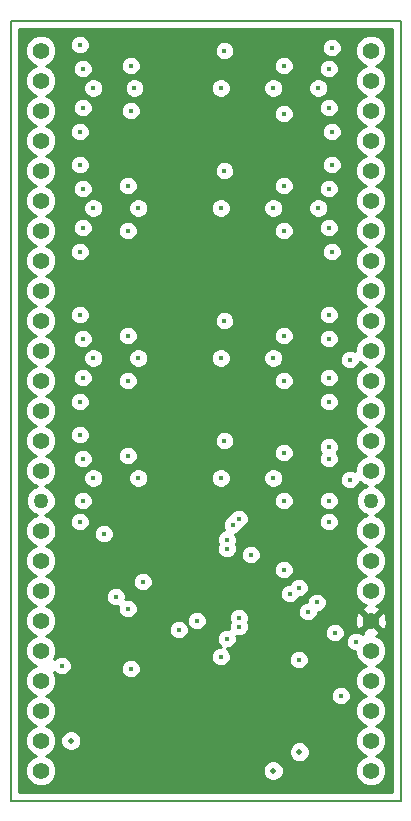
<source format=gbr>
%TF.GenerationSoftware,KiCad,Pcbnew,4.0.2-stable*%
%TF.CreationDate,2021-11-10T19:01:32-08:00*%
%TF.ProjectId,ADC,4144432E6B696361645F706362000000,rev?*%
%TF.FileFunction,Copper,L3,Inr,Plane*%
%FSLAX46Y46*%
G04 Gerber Fmt 4.6, Leading zero omitted, Abs format (unit mm)*
G04 Created by KiCad (PCBNEW 4.0.2-stable) date 11/10/2021 7:01:32 PM*
%MOMM*%
G01*
G04 APERTURE LIST*
%ADD10C,0.100000*%
%ADD11C,0.150000*%
%ADD12C,1.397000*%
%ADD13C,1.270000*%
%ADD14C,0.508000*%
%ADD15C,0.406400*%
%ADD16C,0.254000*%
G04 APERTURE END LIST*
D10*
D11*
X106680000Y-119380000D02*
X106680000Y-53340000D01*
X139700000Y-119380000D02*
X106680000Y-119380000D01*
X139700000Y-53340000D02*
X139700000Y-119380000D01*
X106680000Y-53340000D02*
X139700000Y-53340000D01*
D12*
X109220000Y-55880000D03*
X109220000Y-58420000D03*
X109220000Y-60960000D03*
X109220000Y-63500000D03*
X109220000Y-66040000D03*
X109220000Y-68580000D03*
X109220000Y-71120000D03*
X109220000Y-73660000D03*
X109220000Y-76200000D03*
X109220000Y-78740000D03*
X109220000Y-81280000D03*
X109220000Y-83820000D03*
X109220000Y-86360000D03*
X109220000Y-88900000D03*
X109220000Y-91440000D03*
D13*
X109220000Y-93980000D03*
D12*
X109220000Y-96520000D03*
X109220000Y-99060000D03*
X109220000Y-101600000D03*
X109220000Y-104140000D03*
X109220000Y-106680000D03*
X109220000Y-109220000D03*
X109220000Y-111760000D03*
X109220000Y-114300000D03*
X109220000Y-116840000D03*
X137160000Y-55880000D03*
X137160000Y-58420000D03*
X137160000Y-60960000D03*
X137160000Y-63500000D03*
X137160000Y-66040000D03*
X137160000Y-68580000D03*
X137160000Y-71120000D03*
X137160000Y-73660000D03*
X137160000Y-76200000D03*
X137160000Y-78740000D03*
X137160000Y-81280000D03*
X137160000Y-83820000D03*
X137160000Y-86360000D03*
X137160000Y-88900000D03*
X137160000Y-91440000D03*
D13*
X137160000Y-93980000D03*
D12*
X137160000Y-96520000D03*
X137160000Y-99060000D03*
X137160000Y-101600000D03*
X137160000Y-104140000D03*
X137160000Y-106680000D03*
X137160000Y-109220000D03*
X137160000Y-111760000D03*
X137160000Y-114300000D03*
X137160000Y-116840000D03*
D14*
X123444000Y-114300000D03*
X116586000Y-114300000D03*
X116586000Y-112776000D03*
X116586000Y-111506000D03*
X116586000Y-117094000D03*
X119888000Y-117094000D03*
X118110000Y-117094000D03*
X116586000Y-115824000D03*
X123444000Y-112776000D03*
X123444000Y-117094000D03*
X123444000Y-115824000D03*
X121666000Y-117094000D03*
X119888000Y-111506000D03*
X121666000Y-111506000D03*
X118110000Y-111506000D03*
X123444000Y-111506000D03*
D15*
X115570000Y-106426000D03*
X131064000Y-110490000D03*
X121602500Y-88900000D03*
X121920000Y-92075000D03*
X121920000Y-81915000D03*
X121602500Y-78740000D03*
X121602500Y-66040000D03*
X121920000Y-59055000D03*
X121920000Y-69215000D03*
X121602500Y-55880000D03*
X131064000Y-107442000D03*
X133604000Y-78232000D03*
X133604000Y-80264000D03*
X135382000Y-82042000D03*
X133604000Y-83566000D03*
X133604000Y-85598000D03*
X133604000Y-89408000D03*
X133604000Y-90424000D03*
X135382000Y-92202000D03*
X133604000Y-93980000D03*
X133604000Y-95758000D03*
X127000000Y-98552000D03*
X117856000Y-100838000D03*
X129794000Y-99822000D03*
X134620000Y-110490000D03*
X133858000Y-55626000D03*
X133858000Y-62738000D03*
X112522000Y-88392000D03*
X112522000Y-95758000D03*
X133604000Y-57404000D03*
X133604000Y-60706000D03*
X112776000Y-57404000D03*
X112522000Y-55372000D03*
X112776000Y-60706000D03*
X112522000Y-62738000D03*
X112522000Y-65532000D03*
X112776000Y-67564000D03*
X112776000Y-70866000D03*
X112522000Y-72898000D03*
X133858000Y-65532000D03*
X133604000Y-67564000D03*
X133858000Y-72898000D03*
X133604000Y-70866000D03*
X112522000Y-78232000D03*
X112776000Y-80264000D03*
X112522000Y-85598000D03*
X112776000Y-83566000D03*
X112776000Y-90424000D03*
X112776000Y-93980000D03*
X128905000Y-92075000D03*
X117475000Y-92075000D03*
X124460000Y-92075000D03*
X124777500Y-88900000D03*
X128905000Y-81915000D03*
X124460000Y-81915000D03*
X124777500Y-78740000D03*
X113665000Y-81915000D03*
X117475000Y-81915000D03*
X132715000Y-69215000D03*
X128905000Y-69215000D03*
D14*
X111760000Y-114300000D03*
X131127500Y-115252500D03*
D15*
X116840000Y-108204000D03*
X124777500Y-66040000D03*
X117475000Y-69215000D03*
X113665000Y-69215000D03*
D14*
X128905000Y-116840000D03*
D15*
X124460000Y-59055000D03*
X124460000Y-69215000D03*
X132715000Y-59055000D03*
X128905000Y-59055000D03*
X124777500Y-55880000D03*
X117157500Y-59055000D03*
X113665000Y-59055000D03*
X113665000Y-92075000D03*
X131064000Y-101346000D03*
X116840000Y-57150000D03*
X130302000Y-101854000D03*
X116840000Y-60960000D03*
X132599000Y-102605000D03*
X129794000Y-61214000D03*
X131826000Y-103378000D03*
X129794000Y-57150000D03*
X125984000Y-103886000D03*
X116586000Y-67310000D03*
X125984000Y-104648000D03*
X116586000Y-71120000D03*
X134112000Y-105156000D03*
X129794000Y-71120000D03*
X135890000Y-105918000D03*
X129794000Y-67310000D03*
X122428000Y-104140000D03*
X116586000Y-80010000D03*
X120904000Y-104902000D03*
X116586000Y-83820000D03*
X125984000Y-95504000D03*
X129794000Y-83820000D03*
X125476000Y-96012000D03*
X129794000Y-80010000D03*
X116586000Y-90170000D03*
X116586000Y-103124000D03*
X114554000Y-96774000D03*
X115570000Y-102108000D03*
X124968000Y-98044000D03*
X129794000Y-93980000D03*
X124968000Y-97282000D03*
X129794000Y-89916000D03*
X124968000Y-105664000D03*
X124460000Y-107188000D03*
X110998000Y-107950000D03*
D16*
G36*
X138990000Y-118670000D02*
X107390000Y-118670000D01*
X107390000Y-56144086D01*
X107886269Y-56144086D01*
X108088854Y-56634380D01*
X108463647Y-57009827D01*
X108801446Y-57150094D01*
X108465620Y-57288854D01*
X108090173Y-57663647D01*
X107886732Y-58153587D01*
X107886269Y-58684086D01*
X108088854Y-59174380D01*
X108463647Y-59549827D01*
X108801446Y-59690094D01*
X108465620Y-59828854D01*
X108090173Y-60203647D01*
X107886732Y-60693587D01*
X107886269Y-61224086D01*
X108088854Y-61714380D01*
X108463647Y-62089827D01*
X108801446Y-62230094D01*
X108465620Y-62368854D01*
X108090173Y-62743647D01*
X107886732Y-63233587D01*
X107886269Y-63764086D01*
X108088854Y-64254380D01*
X108463647Y-64629827D01*
X108801446Y-64770094D01*
X108465620Y-64908854D01*
X108090173Y-65283647D01*
X107886732Y-65773587D01*
X107886269Y-66304086D01*
X108088854Y-66794380D01*
X108463647Y-67169827D01*
X108801446Y-67310094D01*
X108465620Y-67448854D01*
X108090173Y-67823647D01*
X107886732Y-68313587D01*
X107886269Y-68844086D01*
X108088854Y-69334380D01*
X108463647Y-69709827D01*
X108801446Y-69850094D01*
X108465620Y-69988854D01*
X108090173Y-70363647D01*
X107886732Y-70853587D01*
X107886269Y-71384086D01*
X108088854Y-71874380D01*
X108463647Y-72249827D01*
X108801446Y-72390094D01*
X108465620Y-72528854D01*
X108090173Y-72903647D01*
X107886732Y-73393587D01*
X107886269Y-73924086D01*
X108088854Y-74414380D01*
X108463647Y-74789827D01*
X108801446Y-74930094D01*
X108465620Y-75068854D01*
X108090173Y-75443647D01*
X107886732Y-75933587D01*
X107886269Y-76464086D01*
X108088854Y-76954380D01*
X108463647Y-77329827D01*
X108801446Y-77470094D01*
X108465620Y-77608854D01*
X108090173Y-77983647D01*
X107886732Y-78473587D01*
X107886269Y-79004086D01*
X108088854Y-79494380D01*
X108463647Y-79869827D01*
X108801446Y-80010094D01*
X108465620Y-80148854D01*
X108090173Y-80523647D01*
X107886732Y-81013587D01*
X107886269Y-81544086D01*
X108088854Y-82034380D01*
X108463647Y-82409827D01*
X108801446Y-82550094D01*
X108465620Y-82688854D01*
X108090173Y-83063647D01*
X107886732Y-83553587D01*
X107886269Y-84084086D01*
X108088854Y-84574380D01*
X108463647Y-84949827D01*
X108801446Y-85090094D01*
X108465620Y-85228854D01*
X108090173Y-85603647D01*
X107886732Y-86093587D01*
X107886269Y-86624086D01*
X108088854Y-87114380D01*
X108463647Y-87489827D01*
X108801446Y-87630094D01*
X108465620Y-87768854D01*
X108090173Y-88143647D01*
X107886732Y-88633587D01*
X107886269Y-89164086D01*
X108088854Y-89654380D01*
X108463647Y-90029827D01*
X108801446Y-90170094D01*
X108465620Y-90308854D01*
X108090173Y-90683647D01*
X107886732Y-91173587D01*
X107886269Y-91704086D01*
X108088854Y-92194380D01*
X108463647Y-92569827D01*
X108884383Y-92744532D01*
X108501542Y-92902718D01*
X108143974Y-93259663D01*
X107950221Y-93726273D01*
X107949780Y-94231510D01*
X108142718Y-94698458D01*
X108499663Y-95056026D01*
X108884443Y-95215800D01*
X108465620Y-95388854D01*
X108090173Y-95763647D01*
X107886732Y-96253587D01*
X107886269Y-96784086D01*
X108088854Y-97274380D01*
X108463647Y-97649827D01*
X108801446Y-97790094D01*
X108465620Y-97928854D01*
X108090173Y-98303647D01*
X107886732Y-98793587D01*
X107886269Y-99324086D01*
X108088854Y-99814380D01*
X108463647Y-100189827D01*
X108801446Y-100330094D01*
X108465620Y-100468854D01*
X108090173Y-100843647D01*
X107886732Y-101333587D01*
X107886269Y-101864086D01*
X108088854Y-102354380D01*
X108463647Y-102729827D01*
X108801446Y-102870094D01*
X108465620Y-103008854D01*
X108090173Y-103383647D01*
X107886732Y-103873587D01*
X107886269Y-104404086D01*
X108088854Y-104894380D01*
X108463647Y-105269827D01*
X108801446Y-105410094D01*
X108465620Y-105548854D01*
X108090173Y-105923647D01*
X107886732Y-106413587D01*
X107886269Y-106944086D01*
X108088854Y-107434380D01*
X108463647Y-107809827D01*
X108801446Y-107950094D01*
X108465620Y-108088854D01*
X108090173Y-108463647D01*
X107886732Y-108953587D01*
X107886269Y-109484086D01*
X108088854Y-109974380D01*
X108463647Y-110349827D01*
X108801446Y-110490094D01*
X108465620Y-110628854D01*
X108090173Y-111003647D01*
X107886732Y-111493587D01*
X107886269Y-112024086D01*
X108088854Y-112514380D01*
X108463647Y-112889827D01*
X108801446Y-113030094D01*
X108465620Y-113168854D01*
X108090173Y-113543647D01*
X107886732Y-114033587D01*
X107886269Y-114564086D01*
X108088854Y-115054380D01*
X108463647Y-115429827D01*
X108801446Y-115570094D01*
X108465620Y-115708854D01*
X108090173Y-116083647D01*
X107886732Y-116573587D01*
X107886269Y-117104086D01*
X108088854Y-117594380D01*
X108463647Y-117969827D01*
X108953587Y-118173268D01*
X109484086Y-118173731D01*
X109974380Y-117971146D01*
X110349827Y-117596353D01*
X110553268Y-117106413D01*
X110553346Y-117016057D01*
X128015846Y-117016057D01*
X128150903Y-117342920D01*
X128400764Y-117593218D01*
X128727391Y-117728846D01*
X129081057Y-117729154D01*
X129407920Y-117594097D01*
X129658218Y-117344236D01*
X129793846Y-117017609D01*
X129794154Y-116663943D01*
X129659097Y-116337080D01*
X129409236Y-116086782D01*
X129082609Y-115951154D01*
X128728943Y-115950846D01*
X128402080Y-116085903D01*
X128151782Y-116335764D01*
X128016154Y-116662391D01*
X128015846Y-117016057D01*
X110553346Y-117016057D01*
X110553731Y-116575914D01*
X110351146Y-116085620D01*
X109976353Y-115710173D01*
X109638554Y-115569906D01*
X109974380Y-115431146D01*
X109976973Y-115428557D01*
X130238346Y-115428557D01*
X130373403Y-115755420D01*
X130623264Y-116005718D01*
X130949891Y-116141346D01*
X131303557Y-116141654D01*
X131630420Y-116006597D01*
X131880718Y-115756736D01*
X132016346Y-115430109D01*
X132016654Y-115076443D01*
X131881597Y-114749580D01*
X131631736Y-114499282D01*
X131305109Y-114363654D01*
X130951443Y-114363346D01*
X130624580Y-114498403D01*
X130374282Y-114748264D01*
X130238654Y-115074891D01*
X130238346Y-115428557D01*
X109976973Y-115428557D01*
X110349827Y-115056353D01*
X110553268Y-114566413D01*
X110553346Y-114476057D01*
X110870846Y-114476057D01*
X111005903Y-114802920D01*
X111255764Y-115053218D01*
X111582391Y-115188846D01*
X111936057Y-115189154D01*
X112262920Y-115054097D01*
X112513218Y-114804236D01*
X112648846Y-114477609D01*
X112649154Y-114123943D01*
X112514097Y-113797080D01*
X112264236Y-113546782D01*
X111937609Y-113411154D01*
X111583943Y-113410846D01*
X111257080Y-113545903D01*
X111006782Y-113795764D01*
X110871154Y-114122391D01*
X110870846Y-114476057D01*
X110553346Y-114476057D01*
X110553731Y-114035914D01*
X110351146Y-113545620D01*
X109976353Y-113170173D01*
X109638554Y-113029906D01*
X109974380Y-112891146D01*
X110349827Y-112516353D01*
X110553268Y-112026413D01*
X110553731Y-111495914D01*
X110351146Y-111005620D01*
X110002133Y-110655997D01*
X133781655Y-110655997D01*
X133908995Y-110964182D01*
X134144578Y-111200177D01*
X134452540Y-111328054D01*
X134785997Y-111328345D01*
X135094182Y-111201005D01*
X135330177Y-110965422D01*
X135458054Y-110657460D01*
X135458345Y-110324003D01*
X135331005Y-110015818D01*
X135095422Y-109779823D01*
X134787460Y-109651946D01*
X134454003Y-109651655D01*
X134145818Y-109778995D01*
X133909823Y-110014578D01*
X133781946Y-110322540D01*
X133781655Y-110655997D01*
X110002133Y-110655997D01*
X109976353Y-110630173D01*
X109638554Y-110489906D01*
X109974380Y-110351146D01*
X110349827Y-109976353D01*
X110553268Y-109486413D01*
X110553731Y-108955914D01*
X110367238Y-108504565D01*
X110522578Y-108660177D01*
X110830540Y-108788054D01*
X111163997Y-108788345D01*
X111472182Y-108661005D01*
X111708177Y-108425422D01*
X111731191Y-108369997D01*
X116001655Y-108369997D01*
X116128995Y-108678182D01*
X116364578Y-108914177D01*
X116672540Y-109042054D01*
X117005997Y-109042345D01*
X117314182Y-108915005D01*
X117550177Y-108679422D01*
X117678054Y-108371460D01*
X117678345Y-108038003D01*
X117551005Y-107729818D01*
X117315422Y-107493823D01*
X117007460Y-107365946D01*
X116674003Y-107365655D01*
X116365818Y-107492995D01*
X116129823Y-107728578D01*
X116001946Y-108036540D01*
X116001655Y-108369997D01*
X111731191Y-108369997D01*
X111836054Y-108117460D01*
X111836345Y-107784003D01*
X111709005Y-107475818D01*
X111587397Y-107353997D01*
X123621655Y-107353997D01*
X123748995Y-107662182D01*
X123984578Y-107898177D01*
X124292540Y-108026054D01*
X124625997Y-108026345D01*
X124934182Y-107899005D01*
X125170177Y-107663422D01*
X125193191Y-107607997D01*
X130225655Y-107607997D01*
X130352995Y-107916182D01*
X130588578Y-108152177D01*
X130896540Y-108280054D01*
X131229997Y-108280345D01*
X131538182Y-108153005D01*
X131774177Y-107917422D01*
X131902054Y-107609460D01*
X131902345Y-107276003D01*
X131775005Y-106967818D01*
X131539422Y-106731823D01*
X131231460Y-106603946D01*
X130898003Y-106603655D01*
X130589818Y-106730995D01*
X130353823Y-106966578D01*
X130225946Y-107274540D01*
X130225655Y-107607997D01*
X125193191Y-107607997D01*
X125298054Y-107355460D01*
X125298345Y-107022003D01*
X125171005Y-106713818D01*
X124959749Y-106502193D01*
X125133997Y-106502345D01*
X125442182Y-106375005D01*
X125678177Y-106139422D01*
X125701191Y-106083997D01*
X135051655Y-106083997D01*
X135178995Y-106392182D01*
X135414578Y-106628177D01*
X135722540Y-106756054D01*
X135826433Y-106756145D01*
X135826269Y-106944086D01*
X136028854Y-107434380D01*
X136403647Y-107809827D01*
X136741446Y-107950094D01*
X136405620Y-108088854D01*
X136030173Y-108463647D01*
X135826732Y-108953587D01*
X135826269Y-109484086D01*
X136028854Y-109974380D01*
X136403647Y-110349827D01*
X136741446Y-110490094D01*
X136405620Y-110628854D01*
X136030173Y-111003647D01*
X135826732Y-111493587D01*
X135826269Y-112024086D01*
X136028854Y-112514380D01*
X136403647Y-112889827D01*
X136741446Y-113030094D01*
X136405620Y-113168854D01*
X136030173Y-113543647D01*
X135826732Y-114033587D01*
X135826269Y-114564086D01*
X136028854Y-115054380D01*
X136403647Y-115429827D01*
X136741446Y-115570094D01*
X136405620Y-115708854D01*
X136030173Y-116083647D01*
X135826732Y-116573587D01*
X135826269Y-117104086D01*
X136028854Y-117594380D01*
X136403647Y-117969827D01*
X136893587Y-118173268D01*
X137424086Y-118173731D01*
X137914380Y-117971146D01*
X138289827Y-117596353D01*
X138493268Y-117106413D01*
X138493731Y-116575914D01*
X138291146Y-116085620D01*
X137916353Y-115710173D01*
X137578554Y-115569906D01*
X137914380Y-115431146D01*
X138289827Y-115056353D01*
X138493268Y-114566413D01*
X138493731Y-114035914D01*
X138291146Y-113545620D01*
X137916353Y-113170173D01*
X137578554Y-113029906D01*
X137914380Y-112891146D01*
X138289827Y-112516353D01*
X138493268Y-112026413D01*
X138493731Y-111495914D01*
X138291146Y-111005620D01*
X137916353Y-110630173D01*
X137578554Y-110489906D01*
X137914380Y-110351146D01*
X138289827Y-109976353D01*
X138493268Y-109486413D01*
X138493731Y-108955914D01*
X138291146Y-108465620D01*
X137916353Y-108090173D01*
X137578554Y-107949906D01*
X137914380Y-107811146D01*
X138289827Y-107436353D01*
X138493268Y-106946413D01*
X138493731Y-106415914D01*
X138291146Y-105925620D01*
X137916353Y-105550173D01*
X137594882Y-105416686D01*
X137852929Y-105309800D01*
X137914583Y-105074188D01*
X137160000Y-104319605D01*
X136405417Y-105074188D01*
X136467018Y-105309596D01*
X136365422Y-105207823D01*
X136057460Y-105079946D01*
X135724003Y-105079655D01*
X135415818Y-105206995D01*
X135179823Y-105442578D01*
X135051946Y-105750540D01*
X135051655Y-106083997D01*
X125701191Y-106083997D01*
X125806054Y-105831460D01*
X125806345Y-105498003D01*
X125798274Y-105478469D01*
X125816540Y-105486054D01*
X126149997Y-105486345D01*
X126458182Y-105359005D01*
X126495254Y-105321997D01*
X133273655Y-105321997D01*
X133400995Y-105630182D01*
X133636578Y-105866177D01*
X133944540Y-105994054D01*
X134277997Y-105994345D01*
X134586182Y-105867005D01*
X134822177Y-105631422D01*
X134950054Y-105323460D01*
X134950345Y-104990003D01*
X134823005Y-104681818D01*
X134587422Y-104445823D01*
X134279460Y-104317946D01*
X133946003Y-104317655D01*
X133637818Y-104444995D01*
X133401823Y-104680578D01*
X133273946Y-104988540D01*
X133273655Y-105321997D01*
X126495254Y-105321997D01*
X126694177Y-105123422D01*
X126822054Y-104815460D01*
X126822345Y-104482003D01*
X126733446Y-104266852D01*
X126822054Y-104053460D01*
X126822345Y-103720003D01*
X126749621Y-103543997D01*
X130987655Y-103543997D01*
X131114995Y-103852182D01*
X131350578Y-104088177D01*
X131658540Y-104216054D01*
X131991997Y-104216345D01*
X132300182Y-104089005D01*
X132441954Y-103947480D01*
X135814073Y-103947480D01*
X135842852Y-104477199D01*
X135990200Y-104832929D01*
X136225812Y-104894583D01*
X136980395Y-104140000D01*
X137339605Y-104140000D01*
X138094188Y-104894583D01*
X138329800Y-104832929D01*
X138505927Y-104332520D01*
X138477148Y-103802801D01*
X138329800Y-103447071D01*
X138094188Y-103385417D01*
X137339605Y-104140000D01*
X136980395Y-104140000D01*
X136225812Y-103385417D01*
X135990200Y-103447071D01*
X135814073Y-103947480D01*
X132441954Y-103947480D01*
X132536177Y-103853422D01*
X132664054Y-103545460D01*
X132664143Y-103443257D01*
X132764997Y-103443345D01*
X133073182Y-103316005D01*
X133309177Y-103080422D01*
X133437054Y-102772460D01*
X133437345Y-102439003D01*
X133310005Y-102130818D01*
X133074422Y-101894823D01*
X132766460Y-101766946D01*
X132433003Y-101766655D01*
X132124818Y-101893995D01*
X131888823Y-102129578D01*
X131760946Y-102437540D01*
X131760857Y-102539743D01*
X131660003Y-102539655D01*
X131351818Y-102666995D01*
X131115823Y-102902578D01*
X130987946Y-103210540D01*
X130987655Y-103543997D01*
X126749621Y-103543997D01*
X126695005Y-103411818D01*
X126459422Y-103175823D01*
X126151460Y-103047946D01*
X125818003Y-103047655D01*
X125509818Y-103174995D01*
X125273823Y-103410578D01*
X125145946Y-103718540D01*
X125145655Y-104051997D01*
X125234554Y-104267148D01*
X125145946Y-104480540D01*
X125145655Y-104813997D01*
X125153726Y-104833531D01*
X125135460Y-104825946D01*
X124802003Y-104825655D01*
X124493818Y-104952995D01*
X124257823Y-105188578D01*
X124129946Y-105496540D01*
X124129655Y-105829997D01*
X124256995Y-106138182D01*
X124468251Y-106349807D01*
X124294003Y-106349655D01*
X123985818Y-106476995D01*
X123749823Y-106712578D01*
X123621946Y-107020540D01*
X123621655Y-107353997D01*
X111587397Y-107353997D01*
X111473422Y-107239823D01*
X111165460Y-107111946D01*
X110832003Y-107111655D01*
X110523818Y-107238995D01*
X110366615Y-107395924D01*
X110553268Y-106946413D01*
X110553731Y-106415914D01*
X110351146Y-105925620D01*
X109976353Y-105550173D01*
X109638554Y-105409906D01*
X109974380Y-105271146D01*
X110177883Y-105067997D01*
X120065655Y-105067997D01*
X120192995Y-105376182D01*
X120428578Y-105612177D01*
X120736540Y-105740054D01*
X121069997Y-105740345D01*
X121378182Y-105613005D01*
X121614177Y-105377422D01*
X121742054Y-105069460D01*
X121742345Y-104736003D01*
X121615005Y-104427818D01*
X121493397Y-104305997D01*
X121589655Y-104305997D01*
X121716995Y-104614182D01*
X121952578Y-104850177D01*
X122260540Y-104978054D01*
X122593997Y-104978345D01*
X122902182Y-104851005D01*
X123138177Y-104615422D01*
X123266054Y-104307460D01*
X123266345Y-103974003D01*
X123139005Y-103665818D01*
X122903422Y-103429823D01*
X122595460Y-103301946D01*
X122262003Y-103301655D01*
X121953818Y-103428995D01*
X121717823Y-103664578D01*
X121589946Y-103972540D01*
X121589655Y-104305997D01*
X121493397Y-104305997D01*
X121379422Y-104191823D01*
X121071460Y-104063946D01*
X120738003Y-104063655D01*
X120429818Y-104190995D01*
X120193823Y-104426578D01*
X120065946Y-104734540D01*
X120065655Y-105067997D01*
X110177883Y-105067997D01*
X110349827Y-104896353D01*
X110553268Y-104406413D01*
X110553731Y-103875914D01*
X110351146Y-103385620D01*
X109976353Y-103010173D01*
X109638554Y-102869906D01*
X109974380Y-102731146D01*
X110349827Y-102356353D01*
X110384024Y-102273997D01*
X114731655Y-102273997D01*
X114858995Y-102582182D01*
X115094578Y-102818177D01*
X115402540Y-102946054D01*
X115735997Y-102946345D01*
X115755531Y-102938274D01*
X115747946Y-102956540D01*
X115747655Y-103289997D01*
X115874995Y-103598182D01*
X116110578Y-103834177D01*
X116418540Y-103962054D01*
X116751997Y-103962345D01*
X117060182Y-103835005D01*
X117296177Y-103599422D01*
X117424054Y-103291460D01*
X117424345Y-102958003D01*
X117297005Y-102649818D01*
X117061422Y-102413823D01*
X116753460Y-102285946D01*
X116420003Y-102285655D01*
X116400469Y-102293726D01*
X116408054Y-102275460D01*
X116408276Y-102019997D01*
X129463655Y-102019997D01*
X129590995Y-102328182D01*
X129826578Y-102564177D01*
X130134540Y-102692054D01*
X130467997Y-102692345D01*
X130776182Y-102565005D01*
X131012177Y-102329422D01*
X131072475Y-102184208D01*
X131229997Y-102184345D01*
X131538182Y-102057005D01*
X131774177Y-101821422D01*
X131902054Y-101513460D01*
X131902345Y-101180003D01*
X131775005Y-100871818D01*
X131539422Y-100635823D01*
X131231460Y-100507946D01*
X130898003Y-100507655D01*
X130589818Y-100634995D01*
X130353823Y-100870578D01*
X130293525Y-101015792D01*
X130136003Y-101015655D01*
X129827818Y-101142995D01*
X129591823Y-101378578D01*
X129463946Y-101686540D01*
X129463655Y-102019997D01*
X116408276Y-102019997D01*
X116408345Y-101942003D01*
X116281005Y-101633818D01*
X116045422Y-101397823D01*
X115737460Y-101269946D01*
X115404003Y-101269655D01*
X115095818Y-101396995D01*
X114859823Y-101632578D01*
X114731946Y-101940540D01*
X114731655Y-102273997D01*
X110384024Y-102273997D01*
X110553268Y-101866413D01*
X110553731Y-101335914D01*
X110416586Y-101003997D01*
X117017655Y-101003997D01*
X117144995Y-101312182D01*
X117380578Y-101548177D01*
X117688540Y-101676054D01*
X118021997Y-101676345D01*
X118330182Y-101549005D01*
X118566177Y-101313422D01*
X118694054Y-101005460D01*
X118694345Y-100672003D01*
X118567005Y-100363818D01*
X118331422Y-100127823D01*
X118023460Y-99999946D01*
X117690003Y-99999655D01*
X117381818Y-100126995D01*
X117145823Y-100362578D01*
X117017946Y-100670540D01*
X117017655Y-101003997D01*
X110416586Y-101003997D01*
X110351146Y-100845620D01*
X109976353Y-100470173D01*
X109638554Y-100329906D01*
X109974380Y-100191146D01*
X110177883Y-99987997D01*
X128955655Y-99987997D01*
X129082995Y-100296182D01*
X129318578Y-100532177D01*
X129626540Y-100660054D01*
X129959997Y-100660345D01*
X130268182Y-100533005D01*
X130504177Y-100297422D01*
X130632054Y-99989460D01*
X130632345Y-99656003D01*
X130505005Y-99347818D01*
X130269422Y-99111823D01*
X129961460Y-98983946D01*
X129628003Y-98983655D01*
X129319818Y-99110995D01*
X129083823Y-99346578D01*
X128955946Y-99654540D01*
X128955655Y-99987997D01*
X110177883Y-99987997D01*
X110349827Y-99816353D01*
X110553268Y-99326413D01*
X110553731Y-98795914D01*
X110351146Y-98305620D01*
X109976353Y-97930173D01*
X109638554Y-97789906D01*
X109974380Y-97651146D01*
X110349827Y-97276353D01*
X110489494Y-96939997D01*
X113715655Y-96939997D01*
X113842995Y-97248182D01*
X114078578Y-97484177D01*
X114386540Y-97612054D01*
X114719997Y-97612345D01*
X115028182Y-97485005D01*
X115065254Y-97447997D01*
X124129655Y-97447997D01*
X124218554Y-97663148D01*
X124129946Y-97876540D01*
X124129655Y-98209997D01*
X124256995Y-98518182D01*
X124492578Y-98754177D01*
X124800540Y-98882054D01*
X125133997Y-98882345D01*
X125442182Y-98755005D01*
X125479254Y-98717997D01*
X126161655Y-98717997D01*
X126288995Y-99026182D01*
X126524578Y-99262177D01*
X126832540Y-99390054D01*
X127165997Y-99390345D01*
X127474182Y-99263005D01*
X127710177Y-99027422D01*
X127838054Y-98719460D01*
X127838345Y-98386003D01*
X127711005Y-98077818D01*
X127475422Y-97841823D01*
X127167460Y-97713946D01*
X126834003Y-97713655D01*
X126525818Y-97840995D01*
X126289823Y-98076578D01*
X126161946Y-98384540D01*
X126161655Y-98717997D01*
X125479254Y-98717997D01*
X125678177Y-98519422D01*
X125806054Y-98211460D01*
X125806345Y-97878003D01*
X125717446Y-97662852D01*
X125806054Y-97449460D01*
X125806345Y-97116003D01*
X125688617Y-96831082D01*
X125950182Y-96723005D01*
X126186177Y-96487422D01*
X126266388Y-96294253D01*
X126458182Y-96215005D01*
X126694177Y-95979422D01*
X126717191Y-95923997D01*
X132765655Y-95923997D01*
X132892995Y-96232182D01*
X133128578Y-96468177D01*
X133436540Y-96596054D01*
X133769997Y-96596345D01*
X134078182Y-96469005D01*
X134314177Y-96233422D01*
X134442054Y-95925460D01*
X134442345Y-95592003D01*
X134315005Y-95283818D01*
X134079422Y-95047823D01*
X133771460Y-94919946D01*
X133438003Y-94919655D01*
X133129818Y-95046995D01*
X132893823Y-95282578D01*
X132765946Y-95590540D01*
X132765655Y-95923997D01*
X126717191Y-95923997D01*
X126822054Y-95671460D01*
X126822345Y-95338003D01*
X126695005Y-95029818D01*
X126459422Y-94793823D01*
X126151460Y-94665946D01*
X125818003Y-94665655D01*
X125509818Y-94792995D01*
X125273823Y-95028578D01*
X125193612Y-95221747D01*
X125001818Y-95300995D01*
X124765823Y-95536578D01*
X124637946Y-95844540D01*
X124637655Y-96177997D01*
X124755383Y-96462918D01*
X124493818Y-96570995D01*
X124257823Y-96806578D01*
X124129946Y-97114540D01*
X124129655Y-97447997D01*
X115065254Y-97447997D01*
X115264177Y-97249422D01*
X115392054Y-96941460D01*
X115392345Y-96608003D01*
X115265005Y-96299818D01*
X115029422Y-96063823D01*
X114721460Y-95935946D01*
X114388003Y-95935655D01*
X114079818Y-96062995D01*
X113843823Y-96298578D01*
X113715946Y-96606540D01*
X113715655Y-96939997D01*
X110489494Y-96939997D01*
X110553268Y-96786413D01*
X110553731Y-96255914D01*
X110416586Y-95923997D01*
X111683655Y-95923997D01*
X111810995Y-96232182D01*
X112046578Y-96468177D01*
X112354540Y-96596054D01*
X112687997Y-96596345D01*
X112996182Y-96469005D01*
X113232177Y-96233422D01*
X113360054Y-95925460D01*
X113360345Y-95592003D01*
X113233005Y-95283818D01*
X112997422Y-95047823D01*
X112689460Y-94919946D01*
X112356003Y-94919655D01*
X112047818Y-95046995D01*
X111811823Y-95282578D01*
X111683946Y-95590540D01*
X111683655Y-95923997D01*
X110416586Y-95923997D01*
X110351146Y-95765620D01*
X109976353Y-95390173D01*
X109555617Y-95215468D01*
X109938458Y-95057282D01*
X110296026Y-94700337D01*
X110489779Y-94233727D01*
X110489855Y-94145997D01*
X111937655Y-94145997D01*
X112064995Y-94454182D01*
X112300578Y-94690177D01*
X112608540Y-94818054D01*
X112941997Y-94818345D01*
X113250182Y-94691005D01*
X113486177Y-94455422D01*
X113614054Y-94147460D01*
X113614055Y-94145997D01*
X128955655Y-94145997D01*
X129082995Y-94454182D01*
X129318578Y-94690177D01*
X129626540Y-94818054D01*
X129959997Y-94818345D01*
X130268182Y-94691005D01*
X130504177Y-94455422D01*
X130632054Y-94147460D01*
X130632055Y-94145997D01*
X132765655Y-94145997D01*
X132892995Y-94454182D01*
X133128578Y-94690177D01*
X133436540Y-94818054D01*
X133769997Y-94818345D01*
X134078182Y-94691005D01*
X134314177Y-94455422D01*
X134442054Y-94147460D01*
X134442345Y-93814003D01*
X134315005Y-93505818D01*
X134079422Y-93269823D01*
X133771460Y-93141946D01*
X133438003Y-93141655D01*
X133129818Y-93268995D01*
X132893823Y-93504578D01*
X132765946Y-93812540D01*
X132765655Y-94145997D01*
X130632055Y-94145997D01*
X130632345Y-93814003D01*
X130505005Y-93505818D01*
X130269422Y-93269823D01*
X129961460Y-93141946D01*
X129628003Y-93141655D01*
X129319818Y-93268995D01*
X129083823Y-93504578D01*
X128955946Y-93812540D01*
X128955655Y-94145997D01*
X113614055Y-94145997D01*
X113614345Y-93814003D01*
X113487005Y-93505818D01*
X113251422Y-93269823D01*
X112943460Y-93141946D01*
X112610003Y-93141655D01*
X112301818Y-93268995D01*
X112065823Y-93504578D01*
X111937946Y-93812540D01*
X111937655Y-94145997D01*
X110489855Y-94145997D01*
X110490220Y-93728490D01*
X110297282Y-93261542D01*
X109940337Y-92903974D01*
X109555557Y-92744200D01*
X109974380Y-92571146D01*
X110305105Y-92240997D01*
X112826655Y-92240997D01*
X112953995Y-92549182D01*
X113189578Y-92785177D01*
X113497540Y-92913054D01*
X113830997Y-92913345D01*
X114139182Y-92786005D01*
X114375177Y-92550422D01*
X114503054Y-92242460D01*
X114503055Y-92240997D01*
X116636655Y-92240997D01*
X116763995Y-92549182D01*
X116999578Y-92785177D01*
X117307540Y-92913054D01*
X117640997Y-92913345D01*
X117949182Y-92786005D01*
X118185177Y-92550422D01*
X118313054Y-92242460D01*
X118313055Y-92240997D01*
X123621655Y-92240997D01*
X123748995Y-92549182D01*
X123984578Y-92785177D01*
X124292540Y-92913054D01*
X124625997Y-92913345D01*
X124934182Y-92786005D01*
X125170177Y-92550422D01*
X125298054Y-92242460D01*
X125298055Y-92240997D01*
X128066655Y-92240997D01*
X128193995Y-92549182D01*
X128429578Y-92785177D01*
X128737540Y-92913054D01*
X129070997Y-92913345D01*
X129379182Y-92786005D01*
X129615177Y-92550422D01*
X129743054Y-92242460D01*
X129743345Y-91909003D01*
X129616005Y-91600818D01*
X129380422Y-91364823D01*
X129072460Y-91236946D01*
X128739003Y-91236655D01*
X128430818Y-91363995D01*
X128194823Y-91599578D01*
X128066946Y-91907540D01*
X128066655Y-92240997D01*
X125298055Y-92240997D01*
X125298345Y-91909003D01*
X125171005Y-91600818D01*
X124935422Y-91364823D01*
X124627460Y-91236946D01*
X124294003Y-91236655D01*
X123985818Y-91363995D01*
X123749823Y-91599578D01*
X123621946Y-91907540D01*
X123621655Y-92240997D01*
X118313055Y-92240997D01*
X118313345Y-91909003D01*
X118186005Y-91600818D01*
X117950422Y-91364823D01*
X117642460Y-91236946D01*
X117309003Y-91236655D01*
X117000818Y-91363995D01*
X116764823Y-91599578D01*
X116636946Y-91907540D01*
X116636655Y-92240997D01*
X114503055Y-92240997D01*
X114503345Y-91909003D01*
X114376005Y-91600818D01*
X114140422Y-91364823D01*
X113832460Y-91236946D01*
X113499003Y-91236655D01*
X113190818Y-91363995D01*
X112954823Y-91599578D01*
X112826946Y-91907540D01*
X112826655Y-92240997D01*
X110305105Y-92240997D01*
X110349827Y-92196353D01*
X110553268Y-91706413D01*
X110553731Y-91175914D01*
X110351146Y-90685620D01*
X110255690Y-90589997D01*
X111937655Y-90589997D01*
X112064995Y-90898182D01*
X112300578Y-91134177D01*
X112608540Y-91262054D01*
X112941997Y-91262345D01*
X113250182Y-91135005D01*
X113486177Y-90899422D01*
X113614054Y-90591460D01*
X113614276Y-90335997D01*
X115747655Y-90335997D01*
X115874995Y-90644182D01*
X116110578Y-90880177D01*
X116418540Y-91008054D01*
X116751997Y-91008345D01*
X117060182Y-90881005D01*
X117296177Y-90645422D01*
X117424054Y-90337460D01*
X117424276Y-90081997D01*
X128955655Y-90081997D01*
X129082995Y-90390182D01*
X129318578Y-90626177D01*
X129626540Y-90754054D01*
X129959997Y-90754345D01*
X130268182Y-90627005D01*
X130504177Y-90391422D01*
X130632054Y-90083460D01*
X130632345Y-89750003D01*
X130559621Y-89573997D01*
X132765655Y-89573997D01*
X132892995Y-89882182D01*
X132926606Y-89915852D01*
X132893823Y-89948578D01*
X132765946Y-90256540D01*
X132765655Y-90589997D01*
X132892995Y-90898182D01*
X133128578Y-91134177D01*
X133436540Y-91262054D01*
X133769997Y-91262345D01*
X134078182Y-91135005D01*
X134314177Y-90899422D01*
X134442054Y-90591460D01*
X134442345Y-90258003D01*
X134315005Y-89949818D01*
X134281394Y-89916148D01*
X134314177Y-89883422D01*
X134442054Y-89575460D01*
X134442345Y-89242003D01*
X134315005Y-88933818D01*
X134079422Y-88697823D01*
X133771460Y-88569946D01*
X133438003Y-88569655D01*
X133129818Y-88696995D01*
X132893823Y-88932578D01*
X132765946Y-89240540D01*
X132765655Y-89573997D01*
X130559621Y-89573997D01*
X130505005Y-89441818D01*
X130269422Y-89205823D01*
X129961460Y-89077946D01*
X129628003Y-89077655D01*
X129319818Y-89204995D01*
X129083823Y-89440578D01*
X128955946Y-89748540D01*
X128955655Y-90081997D01*
X117424276Y-90081997D01*
X117424345Y-90004003D01*
X117297005Y-89695818D01*
X117061422Y-89459823D01*
X116753460Y-89331946D01*
X116420003Y-89331655D01*
X116111818Y-89458995D01*
X115875823Y-89694578D01*
X115747946Y-90002540D01*
X115747655Y-90335997D01*
X113614276Y-90335997D01*
X113614345Y-90258003D01*
X113487005Y-89949818D01*
X113251422Y-89713823D01*
X112943460Y-89585946D01*
X112610003Y-89585655D01*
X112301818Y-89712995D01*
X112065823Y-89948578D01*
X111937946Y-90256540D01*
X111937655Y-90589997D01*
X110255690Y-90589997D01*
X109976353Y-90310173D01*
X109638554Y-90169906D01*
X109974380Y-90031146D01*
X110349827Y-89656353D01*
X110553268Y-89166413D01*
X110553731Y-88635914D01*
X110521537Y-88557997D01*
X111683655Y-88557997D01*
X111810995Y-88866182D01*
X112046578Y-89102177D01*
X112354540Y-89230054D01*
X112687997Y-89230345D01*
X112996182Y-89103005D01*
X113033254Y-89065997D01*
X123939155Y-89065997D01*
X124066495Y-89374182D01*
X124302078Y-89610177D01*
X124610040Y-89738054D01*
X124943497Y-89738345D01*
X125251682Y-89611005D01*
X125487677Y-89375422D01*
X125615554Y-89067460D01*
X125615845Y-88734003D01*
X125488505Y-88425818D01*
X125252922Y-88189823D01*
X124944960Y-88061946D01*
X124611503Y-88061655D01*
X124303318Y-88188995D01*
X124067323Y-88424578D01*
X123939446Y-88732540D01*
X123939155Y-89065997D01*
X113033254Y-89065997D01*
X113232177Y-88867422D01*
X113360054Y-88559460D01*
X113360345Y-88226003D01*
X113233005Y-87917818D01*
X112997422Y-87681823D01*
X112689460Y-87553946D01*
X112356003Y-87553655D01*
X112047818Y-87680995D01*
X111811823Y-87916578D01*
X111683946Y-88224540D01*
X111683655Y-88557997D01*
X110521537Y-88557997D01*
X110351146Y-88145620D01*
X109976353Y-87770173D01*
X109638554Y-87629906D01*
X109974380Y-87491146D01*
X110349827Y-87116353D01*
X110553268Y-86626413D01*
X110553731Y-86095914D01*
X110416586Y-85763997D01*
X111683655Y-85763997D01*
X111810995Y-86072182D01*
X112046578Y-86308177D01*
X112354540Y-86436054D01*
X112687997Y-86436345D01*
X112996182Y-86309005D01*
X113232177Y-86073422D01*
X113360054Y-85765460D01*
X113360055Y-85763997D01*
X132765655Y-85763997D01*
X132892995Y-86072182D01*
X133128578Y-86308177D01*
X133436540Y-86436054D01*
X133769997Y-86436345D01*
X134078182Y-86309005D01*
X134314177Y-86073422D01*
X134442054Y-85765460D01*
X134442345Y-85432003D01*
X134315005Y-85123818D01*
X134079422Y-84887823D01*
X133771460Y-84759946D01*
X133438003Y-84759655D01*
X133129818Y-84886995D01*
X132893823Y-85122578D01*
X132765946Y-85430540D01*
X132765655Y-85763997D01*
X113360055Y-85763997D01*
X113360345Y-85432003D01*
X113233005Y-85123818D01*
X112997422Y-84887823D01*
X112689460Y-84759946D01*
X112356003Y-84759655D01*
X112047818Y-84886995D01*
X111811823Y-85122578D01*
X111683946Y-85430540D01*
X111683655Y-85763997D01*
X110416586Y-85763997D01*
X110351146Y-85605620D01*
X109976353Y-85230173D01*
X109638554Y-85089906D01*
X109974380Y-84951146D01*
X110349827Y-84576353D01*
X110553268Y-84086413D01*
X110553577Y-83731997D01*
X111937655Y-83731997D01*
X112064995Y-84040182D01*
X112300578Y-84276177D01*
X112608540Y-84404054D01*
X112941997Y-84404345D01*
X113250182Y-84277005D01*
X113486177Y-84041422D01*
X113509191Y-83985997D01*
X115747655Y-83985997D01*
X115874995Y-84294182D01*
X116110578Y-84530177D01*
X116418540Y-84658054D01*
X116751997Y-84658345D01*
X117060182Y-84531005D01*
X117296177Y-84295422D01*
X117424054Y-83987460D01*
X117424055Y-83985997D01*
X128955655Y-83985997D01*
X129082995Y-84294182D01*
X129318578Y-84530177D01*
X129626540Y-84658054D01*
X129959997Y-84658345D01*
X130268182Y-84531005D01*
X130504177Y-84295422D01*
X130632054Y-83987460D01*
X130632276Y-83731997D01*
X132765655Y-83731997D01*
X132892995Y-84040182D01*
X133128578Y-84276177D01*
X133436540Y-84404054D01*
X133769997Y-84404345D01*
X134078182Y-84277005D01*
X134314177Y-84041422D01*
X134442054Y-83733460D01*
X134442345Y-83400003D01*
X134315005Y-83091818D01*
X134079422Y-82855823D01*
X133771460Y-82727946D01*
X133438003Y-82727655D01*
X133129818Y-82854995D01*
X132893823Y-83090578D01*
X132765946Y-83398540D01*
X132765655Y-83731997D01*
X130632276Y-83731997D01*
X130632345Y-83654003D01*
X130505005Y-83345818D01*
X130269422Y-83109823D01*
X129961460Y-82981946D01*
X129628003Y-82981655D01*
X129319818Y-83108995D01*
X129083823Y-83344578D01*
X128955946Y-83652540D01*
X128955655Y-83985997D01*
X117424055Y-83985997D01*
X117424345Y-83654003D01*
X117297005Y-83345818D01*
X117061422Y-83109823D01*
X116753460Y-82981946D01*
X116420003Y-82981655D01*
X116111818Y-83108995D01*
X115875823Y-83344578D01*
X115747946Y-83652540D01*
X115747655Y-83985997D01*
X113509191Y-83985997D01*
X113614054Y-83733460D01*
X113614345Y-83400003D01*
X113487005Y-83091818D01*
X113251422Y-82855823D01*
X112943460Y-82727946D01*
X112610003Y-82727655D01*
X112301818Y-82854995D01*
X112065823Y-83090578D01*
X111937946Y-83398540D01*
X111937655Y-83731997D01*
X110553577Y-83731997D01*
X110553731Y-83555914D01*
X110351146Y-83065620D01*
X109976353Y-82690173D01*
X109638554Y-82549906D01*
X109974380Y-82411146D01*
X110305105Y-82080997D01*
X112826655Y-82080997D01*
X112953995Y-82389182D01*
X113189578Y-82625177D01*
X113497540Y-82753054D01*
X113830997Y-82753345D01*
X114139182Y-82626005D01*
X114375177Y-82390422D01*
X114503054Y-82082460D01*
X114503055Y-82080997D01*
X116636655Y-82080997D01*
X116763995Y-82389182D01*
X116999578Y-82625177D01*
X117307540Y-82753054D01*
X117640997Y-82753345D01*
X117949182Y-82626005D01*
X118185177Y-82390422D01*
X118313054Y-82082460D01*
X118313055Y-82080997D01*
X123621655Y-82080997D01*
X123748995Y-82389182D01*
X123984578Y-82625177D01*
X124292540Y-82753054D01*
X124625997Y-82753345D01*
X124934182Y-82626005D01*
X125170177Y-82390422D01*
X125298054Y-82082460D01*
X125298055Y-82080997D01*
X128066655Y-82080997D01*
X128193995Y-82389182D01*
X128429578Y-82625177D01*
X128737540Y-82753054D01*
X129070997Y-82753345D01*
X129379182Y-82626005D01*
X129615177Y-82390422D01*
X129690926Y-82207997D01*
X134543655Y-82207997D01*
X134670995Y-82516182D01*
X134906578Y-82752177D01*
X135214540Y-82880054D01*
X135547997Y-82880345D01*
X135856182Y-82753005D01*
X136092177Y-82517422D01*
X136215229Y-82221080D01*
X136403647Y-82409827D01*
X136741446Y-82550094D01*
X136405620Y-82688854D01*
X136030173Y-83063647D01*
X135826732Y-83553587D01*
X135826269Y-84084086D01*
X136028854Y-84574380D01*
X136403647Y-84949827D01*
X136741446Y-85090094D01*
X136405620Y-85228854D01*
X136030173Y-85603647D01*
X135826732Y-86093587D01*
X135826269Y-86624086D01*
X136028854Y-87114380D01*
X136403647Y-87489827D01*
X136741446Y-87630094D01*
X136405620Y-87768854D01*
X136030173Y-88143647D01*
X135826732Y-88633587D01*
X135826269Y-89164086D01*
X136028854Y-89654380D01*
X136403647Y-90029827D01*
X136741446Y-90170094D01*
X136405620Y-90308854D01*
X136030173Y-90683647D01*
X135826732Y-91173587D01*
X135826465Y-91478969D01*
X135549460Y-91363946D01*
X135216003Y-91363655D01*
X134907818Y-91490995D01*
X134671823Y-91726578D01*
X134543946Y-92034540D01*
X134543655Y-92367997D01*
X134670995Y-92676182D01*
X134906578Y-92912177D01*
X135214540Y-93040054D01*
X135547997Y-93040345D01*
X135856182Y-92913005D01*
X136092177Y-92677422D01*
X136215229Y-92381080D01*
X136403647Y-92569827D01*
X136824383Y-92744532D01*
X136441542Y-92902718D01*
X136083974Y-93259663D01*
X135890221Y-93726273D01*
X135889780Y-94231510D01*
X136082718Y-94698458D01*
X136439663Y-95056026D01*
X136824443Y-95215800D01*
X136405620Y-95388854D01*
X136030173Y-95763647D01*
X135826732Y-96253587D01*
X135826269Y-96784086D01*
X136028854Y-97274380D01*
X136403647Y-97649827D01*
X136741446Y-97790094D01*
X136405620Y-97928854D01*
X136030173Y-98303647D01*
X135826732Y-98793587D01*
X135826269Y-99324086D01*
X136028854Y-99814380D01*
X136403647Y-100189827D01*
X136741446Y-100330094D01*
X136405620Y-100468854D01*
X136030173Y-100843647D01*
X135826732Y-101333587D01*
X135826269Y-101864086D01*
X136028854Y-102354380D01*
X136403647Y-102729827D01*
X136725118Y-102863314D01*
X136467071Y-102970200D01*
X136405417Y-103205812D01*
X137160000Y-103960395D01*
X137914583Y-103205812D01*
X137852929Y-102970200D01*
X137573688Y-102871917D01*
X137914380Y-102731146D01*
X138289827Y-102356353D01*
X138493268Y-101866413D01*
X138493731Y-101335914D01*
X138291146Y-100845620D01*
X137916353Y-100470173D01*
X137578554Y-100329906D01*
X137914380Y-100191146D01*
X138289827Y-99816353D01*
X138493268Y-99326413D01*
X138493731Y-98795914D01*
X138291146Y-98305620D01*
X137916353Y-97930173D01*
X137578554Y-97789906D01*
X137914380Y-97651146D01*
X138289827Y-97276353D01*
X138493268Y-96786413D01*
X138493731Y-96255914D01*
X138291146Y-95765620D01*
X137916353Y-95390173D01*
X137495617Y-95215468D01*
X137878458Y-95057282D01*
X138236026Y-94700337D01*
X138429779Y-94233727D01*
X138430220Y-93728490D01*
X138237282Y-93261542D01*
X137880337Y-92903974D01*
X137495557Y-92744200D01*
X137914380Y-92571146D01*
X138289827Y-92196353D01*
X138493268Y-91706413D01*
X138493731Y-91175914D01*
X138291146Y-90685620D01*
X137916353Y-90310173D01*
X137578554Y-90169906D01*
X137914380Y-90031146D01*
X138289827Y-89656353D01*
X138493268Y-89166413D01*
X138493731Y-88635914D01*
X138291146Y-88145620D01*
X137916353Y-87770173D01*
X137578554Y-87629906D01*
X137914380Y-87491146D01*
X138289827Y-87116353D01*
X138493268Y-86626413D01*
X138493731Y-86095914D01*
X138291146Y-85605620D01*
X137916353Y-85230173D01*
X137578554Y-85089906D01*
X137914380Y-84951146D01*
X138289827Y-84576353D01*
X138493268Y-84086413D01*
X138493731Y-83555914D01*
X138291146Y-83065620D01*
X137916353Y-82690173D01*
X137578554Y-82549906D01*
X137914380Y-82411146D01*
X138289827Y-82036353D01*
X138493268Y-81546413D01*
X138493731Y-81015914D01*
X138291146Y-80525620D01*
X137916353Y-80150173D01*
X137578554Y-80009906D01*
X137914380Y-79871146D01*
X138289827Y-79496353D01*
X138493268Y-79006413D01*
X138493731Y-78475914D01*
X138291146Y-77985620D01*
X137916353Y-77610173D01*
X137578554Y-77469906D01*
X137914380Y-77331146D01*
X138289827Y-76956353D01*
X138493268Y-76466413D01*
X138493731Y-75935914D01*
X138291146Y-75445620D01*
X137916353Y-75070173D01*
X137578554Y-74929906D01*
X137914380Y-74791146D01*
X138289827Y-74416353D01*
X138493268Y-73926413D01*
X138493731Y-73395914D01*
X138291146Y-72905620D01*
X137916353Y-72530173D01*
X137578554Y-72389906D01*
X137914380Y-72251146D01*
X138289827Y-71876353D01*
X138493268Y-71386413D01*
X138493731Y-70855914D01*
X138291146Y-70365620D01*
X137916353Y-69990173D01*
X137578554Y-69849906D01*
X137914380Y-69711146D01*
X138289827Y-69336353D01*
X138493268Y-68846413D01*
X138493731Y-68315914D01*
X138291146Y-67825620D01*
X137916353Y-67450173D01*
X137578554Y-67309906D01*
X137914380Y-67171146D01*
X138289827Y-66796353D01*
X138493268Y-66306413D01*
X138493731Y-65775914D01*
X138291146Y-65285620D01*
X137916353Y-64910173D01*
X137578554Y-64769906D01*
X137914380Y-64631146D01*
X138289827Y-64256353D01*
X138493268Y-63766413D01*
X138493731Y-63235914D01*
X138291146Y-62745620D01*
X137916353Y-62370173D01*
X137578554Y-62229906D01*
X137914380Y-62091146D01*
X138289827Y-61716353D01*
X138493268Y-61226413D01*
X138493731Y-60695914D01*
X138291146Y-60205620D01*
X137916353Y-59830173D01*
X137578554Y-59689906D01*
X137914380Y-59551146D01*
X138289827Y-59176353D01*
X138493268Y-58686413D01*
X138493731Y-58155914D01*
X138291146Y-57665620D01*
X137916353Y-57290173D01*
X137578554Y-57149906D01*
X137914380Y-57011146D01*
X138289827Y-56636353D01*
X138493268Y-56146413D01*
X138493731Y-55615914D01*
X138291146Y-55125620D01*
X137916353Y-54750173D01*
X137426413Y-54546732D01*
X136895914Y-54546269D01*
X136405620Y-54748854D01*
X136030173Y-55123647D01*
X135826732Y-55613587D01*
X135826269Y-56144086D01*
X136028854Y-56634380D01*
X136403647Y-57009827D01*
X136741446Y-57150094D01*
X136405620Y-57288854D01*
X136030173Y-57663647D01*
X135826732Y-58153587D01*
X135826269Y-58684086D01*
X136028854Y-59174380D01*
X136403647Y-59549827D01*
X136741446Y-59690094D01*
X136405620Y-59828854D01*
X136030173Y-60203647D01*
X135826732Y-60693587D01*
X135826269Y-61224086D01*
X136028854Y-61714380D01*
X136403647Y-62089827D01*
X136741446Y-62230094D01*
X136405620Y-62368854D01*
X136030173Y-62743647D01*
X135826732Y-63233587D01*
X135826269Y-63764086D01*
X136028854Y-64254380D01*
X136403647Y-64629827D01*
X136741446Y-64770094D01*
X136405620Y-64908854D01*
X136030173Y-65283647D01*
X135826732Y-65773587D01*
X135826269Y-66304086D01*
X136028854Y-66794380D01*
X136403647Y-67169827D01*
X136741446Y-67310094D01*
X136405620Y-67448854D01*
X136030173Y-67823647D01*
X135826732Y-68313587D01*
X135826269Y-68844086D01*
X136028854Y-69334380D01*
X136403647Y-69709827D01*
X136741446Y-69850094D01*
X136405620Y-69988854D01*
X136030173Y-70363647D01*
X135826732Y-70853587D01*
X135826269Y-71384086D01*
X136028854Y-71874380D01*
X136403647Y-72249827D01*
X136741446Y-72390094D01*
X136405620Y-72528854D01*
X136030173Y-72903647D01*
X135826732Y-73393587D01*
X135826269Y-73924086D01*
X136028854Y-74414380D01*
X136403647Y-74789827D01*
X136741446Y-74930094D01*
X136405620Y-75068854D01*
X136030173Y-75443647D01*
X135826732Y-75933587D01*
X135826269Y-76464086D01*
X136028854Y-76954380D01*
X136403647Y-77329827D01*
X136741446Y-77470094D01*
X136405620Y-77608854D01*
X136030173Y-77983647D01*
X135826732Y-78473587D01*
X135826269Y-79004086D01*
X136028854Y-79494380D01*
X136403647Y-79869827D01*
X136741446Y-80010094D01*
X136405620Y-80148854D01*
X136030173Y-80523647D01*
X135826732Y-81013587D01*
X135826465Y-81318969D01*
X135549460Y-81203946D01*
X135216003Y-81203655D01*
X134907818Y-81330995D01*
X134671823Y-81566578D01*
X134543946Y-81874540D01*
X134543655Y-82207997D01*
X129690926Y-82207997D01*
X129743054Y-82082460D01*
X129743345Y-81749003D01*
X129616005Y-81440818D01*
X129380422Y-81204823D01*
X129072460Y-81076946D01*
X128739003Y-81076655D01*
X128430818Y-81203995D01*
X128194823Y-81439578D01*
X128066946Y-81747540D01*
X128066655Y-82080997D01*
X125298055Y-82080997D01*
X125298345Y-81749003D01*
X125171005Y-81440818D01*
X124935422Y-81204823D01*
X124627460Y-81076946D01*
X124294003Y-81076655D01*
X123985818Y-81203995D01*
X123749823Y-81439578D01*
X123621946Y-81747540D01*
X123621655Y-82080997D01*
X118313055Y-82080997D01*
X118313345Y-81749003D01*
X118186005Y-81440818D01*
X117950422Y-81204823D01*
X117642460Y-81076946D01*
X117309003Y-81076655D01*
X117000818Y-81203995D01*
X116764823Y-81439578D01*
X116636946Y-81747540D01*
X116636655Y-82080997D01*
X114503055Y-82080997D01*
X114503345Y-81749003D01*
X114376005Y-81440818D01*
X114140422Y-81204823D01*
X113832460Y-81076946D01*
X113499003Y-81076655D01*
X113190818Y-81203995D01*
X112954823Y-81439578D01*
X112826946Y-81747540D01*
X112826655Y-82080997D01*
X110305105Y-82080997D01*
X110349827Y-82036353D01*
X110553268Y-81546413D01*
X110553731Y-81015914D01*
X110351146Y-80525620D01*
X110255690Y-80429997D01*
X111937655Y-80429997D01*
X112064995Y-80738182D01*
X112300578Y-80974177D01*
X112608540Y-81102054D01*
X112941997Y-81102345D01*
X113250182Y-80975005D01*
X113486177Y-80739422D01*
X113614054Y-80431460D01*
X113614276Y-80175997D01*
X115747655Y-80175997D01*
X115874995Y-80484182D01*
X116110578Y-80720177D01*
X116418540Y-80848054D01*
X116751997Y-80848345D01*
X117060182Y-80721005D01*
X117296177Y-80485422D01*
X117424054Y-80177460D01*
X117424055Y-80175997D01*
X128955655Y-80175997D01*
X129082995Y-80484182D01*
X129318578Y-80720177D01*
X129626540Y-80848054D01*
X129959997Y-80848345D01*
X130268182Y-80721005D01*
X130504177Y-80485422D01*
X130527191Y-80429997D01*
X132765655Y-80429997D01*
X132892995Y-80738182D01*
X133128578Y-80974177D01*
X133436540Y-81102054D01*
X133769997Y-81102345D01*
X134078182Y-80975005D01*
X134314177Y-80739422D01*
X134442054Y-80431460D01*
X134442345Y-80098003D01*
X134315005Y-79789818D01*
X134079422Y-79553823D01*
X133771460Y-79425946D01*
X133438003Y-79425655D01*
X133129818Y-79552995D01*
X132893823Y-79788578D01*
X132765946Y-80096540D01*
X132765655Y-80429997D01*
X130527191Y-80429997D01*
X130632054Y-80177460D01*
X130632345Y-79844003D01*
X130505005Y-79535818D01*
X130269422Y-79299823D01*
X129961460Y-79171946D01*
X129628003Y-79171655D01*
X129319818Y-79298995D01*
X129083823Y-79534578D01*
X128955946Y-79842540D01*
X128955655Y-80175997D01*
X117424055Y-80175997D01*
X117424345Y-79844003D01*
X117297005Y-79535818D01*
X117061422Y-79299823D01*
X116753460Y-79171946D01*
X116420003Y-79171655D01*
X116111818Y-79298995D01*
X115875823Y-79534578D01*
X115747946Y-79842540D01*
X115747655Y-80175997D01*
X113614276Y-80175997D01*
X113614345Y-80098003D01*
X113487005Y-79789818D01*
X113251422Y-79553823D01*
X112943460Y-79425946D01*
X112610003Y-79425655D01*
X112301818Y-79552995D01*
X112065823Y-79788578D01*
X111937946Y-80096540D01*
X111937655Y-80429997D01*
X110255690Y-80429997D01*
X109976353Y-80150173D01*
X109638554Y-80009906D01*
X109974380Y-79871146D01*
X110349827Y-79496353D01*
X110553268Y-79006413D01*
X110553731Y-78475914D01*
X110521537Y-78397997D01*
X111683655Y-78397997D01*
X111810995Y-78706182D01*
X112046578Y-78942177D01*
X112354540Y-79070054D01*
X112687997Y-79070345D01*
X112996182Y-78943005D01*
X113033254Y-78905997D01*
X123939155Y-78905997D01*
X124066495Y-79214182D01*
X124302078Y-79450177D01*
X124610040Y-79578054D01*
X124943497Y-79578345D01*
X125251682Y-79451005D01*
X125487677Y-79215422D01*
X125615554Y-78907460D01*
X125615845Y-78574003D01*
X125543121Y-78397997D01*
X132765655Y-78397997D01*
X132892995Y-78706182D01*
X133128578Y-78942177D01*
X133436540Y-79070054D01*
X133769997Y-79070345D01*
X134078182Y-78943005D01*
X134314177Y-78707422D01*
X134442054Y-78399460D01*
X134442345Y-78066003D01*
X134315005Y-77757818D01*
X134079422Y-77521823D01*
X133771460Y-77393946D01*
X133438003Y-77393655D01*
X133129818Y-77520995D01*
X132893823Y-77756578D01*
X132765946Y-78064540D01*
X132765655Y-78397997D01*
X125543121Y-78397997D01*
X125488505Y-78265818D01*
X125252922Y-78029823D01*
X124944960Y-77901946D01*
X124611503Y-77901655D01*
X124303318Y-78028995D01*
X124067323Y-78264578D01*
X123939446Y-78572540D01*
X123939155Y-78905997D01*
X113033254Y-78905997D01*
X113232177Y-78707422D01*
X113360054Y-78399460D01*
X113360345Y-78066003D01*
X113233005Y-77757818D01*
X112997422Y-77521823D01*
X112689460Y-77393946D01*
X112356003Y-77393655D01*
X112047818Y-77520995D01*
X111811823Y-77756578D01*
X111683946Y-78064540D01*
X111683655Y-78397997D01*
X110521537Y-78397997D01*
X110351146Y-77985620D01*
X109976353Y-77610173D01*
X109638554Y-77469906D01*
X109974380Y-77331146D01*
X110349827Y-76956353D01*
X110553268Y-76466413D01*
X110553731Y-75935914D01*
X110351146Y-75445620D01*
X109976353Y-75070173D01*
X109638554Y-74929906D01*
X109974380Y-74791146D01*
X110349827Y-74416353D01*
X110553268Y-73926413D01*
X110553731Y-73395914D01*
X110416586Y-73063997D01*
X111683655Y-73063997D01*
X111810995Y-73372182D01*
X112046578Y-73608177D01*
X112354540Y-73736054D01*
X112687997Y-73736345D01*
X112996182Y-73609005D01*
X113232177Y-73373422D01*
X113360054Y-73065460D01*
X113360055Y-73063997D01*
X133019655Y-73063997D01*
X133146995Y-73372182D01*
X133382578Y-73608177D01*
X133690540Y-73736054D01*
X134023997Y-73736345D01*
X134332182Y-73609005D01*
X134568177Y-73373422D01*
X134696054Y-73065460D01*
X134696345Y-72732003D01*
X134569005Y-72423818D01*
X134333422Y-72187823D01*
X134025460Y-72059946D01*
X133692003Y-72059655D01*
X133383818Y-72186995D01*
X133147823Y-72422578D01*
X133019946Y-72730540D01*
X133019655Y-73063997D01*
X113360055Y-73063997D01*
X113360345Y-72732003D01*
X113233005Y-72423818D01*
X112997422Y-72187823D01*
X112689460Y-72059946D01*
X112356003Y-72059655D01*
X112047818Y-72186995D01*
X111811823Y-72422578D01*
X111683946Y-72730540D01*
X111683655Y-73063997D01*
X110416586Y-73063997D01*
X110351146Y-72905620D01*
X109976353Y-72530173D01*
X109638554Y-72389906D01*
X109974380Y-72251146D01*
X110349827Y-71876353D01*
X110553268Y-71386413D01*
X110553577Y-71031997D01*
X111937655Y-71031997D01*
X112064995Y-71340182D01*
X112300578Y-71576177D01*
X112608540Y-71704054D01*
X112941997Y-71704345D01*
X113250182Y-71577005D01*
X113486177Y-71341422D01*
X113509191Y-71285997D01*
X115747655Y-71285997D01*
X115874995Y-71594182D01*
X116110578Y-71830177D01*
X116418540Y-71958054D01*
X116751997Y-71958345D01*
X117060182Y-71831005D01*
X117296177Y-71595422D01*
X117424054Y-71287460D01*
X117424055Y-71285997D01*
X128955655Y-71285997D01*
X129082995Y-71594182D01*
X129318578Y-71830177D01*
X129626540Y-71958054D01*
X129959997Y-71958345D01*
X130268182Y-71831005D01*
X130504177Y-71595422D01*
X130632054Y-71287460D01*
X130632276Y-71031997D01*
X132765655Y-71031997D01*
X132892995Y-71340182D01*
X133128578Y-71576177D01*
X133436540Y-71704054D01*
X133769997Y-71704345D01*
X134078182Y-71577005D01*
X134314177Y-71341422D01*
X134442054Y-71033460D01*
X134442345Y-70700003D01*
X134315005Y-70391818D01*
X134079422Y-70155823D01*
X133771460Y-70027946D01*
X133438003Y-70027655D01*
X133129818Y-70154995D01*
X132893823Y-70390578D01*
X132765946Y-70698540D01*
X132765655Y-71031997D01*
X130632276Y-71031997D01*
X130632345Y-70954003D01*
X130505005Y-70645818D01*
X130269422Y-70409823D01*
X129961460Y-70281946D01*
X129628003Y-70281655D01*
X129319818Y-70408995D01*
X129083823Y-70644578D01*
X128955946Y-70952540D01*
X128955655Y-71285997D01*
X117424055Y-71285997D01*
X117424345Y-70954003D01*
X117297005Y-70645818D01*
X117061422Y-70409823D01*
X116753460Y-70281946D01*
X116420003Y-70281655D01*
X116111818Y-70408995D01*
X115875823Y-70644578D01*
X115747946Y-70952540D01*
X115747655Y-71285997D01*
X113509191Y-71285997D01*
X113614054Y-71033460D01*
X113614345Y-70700003D01*
X113487005Y-70391818D01*
X113251422Y-70155823D01*
X112943460Y-70027946D01*
X112610003Y-70027655D01*
X112301818Y-70154995D01*
X112065823Y-70390578D01*
X111937946Y-70698540D01*
X111937655Y-71031997D01*
X110553577Y-71031997D01*
X110553731Y-70855914D01*
X110351146Y-70365620D01*
X109976353Y-69990173D01*
X109638554Y-69849906D01*
X109974380Y-69711146D01*
X110305105Y-69380997D01*
X112826655Y-69380997D01*
X112953995Y-69689182D01*
X113189578Y-69925177D01*
X113497540Y-70053054D01*
X113830997Y-70053345D01*
X114139182Y-69926005D01*
X114375177Y-69690422D01*
X114503054Y-69382460D01*
X114503055Y-69380997D01*
X116636655Y-69380997D01*
X116763995Y-69689182D01*
X116999578Y-69925177D01*
X117307540Y-70053054D01*
X117640997Y-70053345D01*
X117949182Y-69926005D01*
X118185177Y-69690422D01*
X118313054Y-69382460D01*
X118313055Y-69380997D01*
X123621655Y-69380997D01*
X123748995Y-69689182D01*
X123984578Y-69925177D01*
X124292540Y-70053054D01*
X124625997Y-70053345D01*
X124934182Y-69926005D01*
X125170177Y-69690422D01*
X125298054Y-69382460D01*
X125298055Y-69380997D01*
X128066655Y-69380997D01*
X128193995Y-69689182D01*
X128429578Y-69925177D01*
X128737540Y-70053054D01*
X129070997Y-70053345D01*
X129379182Y-69926005D01*
X129615177Y-69690422D01*
X129743054Y-69382460D01*
X129743055Y-69380997D01*
X131876655Y-69380997D01*
X132003995Y-69689182D01*
X132239578Y-69925177D01*
X132547540Y-70053054D01*
X132880997Y-70053345D01*
X133189182Y-69926005D01*
X133425177Y-69690422D01*
X133553054Y-69382460D01*
X133553345Y-69049003D01*
X133426005Y-68740818D01*
X133190422Y-68504823D01*
X132882460Y-68376946D01*
X132549003Y-68376655D01*
X132240818Y-68503995D01*
X132004823Y-68739578D01*
X131876946Y-69047540D01*
X131876655Y-69380997D01*
X129743055Y-69380997D01*
X129743345Y-69049003D01*
X129616005Y-68740818D01*
X129380422Y-68504823D01*
X129072460Y-68376946D01*
X128739003Y-68376655D01*
X128430818Y-68503995D01*
X128194823Y-68739578D01*
X128066946Y-69047540D01*
X128066655Y-69380997D01*
X125298055Y-69380997D01*
X125298345Y-69049003D01*
X125171005Y-68740818D01*
X124935422Y-68504823D01*
X124627460Y-68376946D01*
X124294003Y-68376655D01*
X123985818Y-68503995D01*
X123749823Y-68739578D01*
X123621946Y-69047540D01*
X123621655Y-69380997D01*
X118313055Y-69380997D01*
X118313345Y-69049003D01*
X118186005Y-68740818D01*
X117950422Y-68504823D01*
X117642460Y-68376946D01*
X117309003Y-68376655D01*
X117000818Y-68503995D01*
X116764823Y-68739578D01*
X116636946Y-69047540D01*
X116636655Y-69380997D01*
X114503055Y-69380997D01*
X114503345Y-69049003D01*
X114376005Y-68740818D01*
X114140422Y-68504823D01*
X113832460Y-68376946D01*
X113499003Y-68376655D01*
X113190818Y-68503995D01*
X112954823Y-68739578D01*
X112826946Y-69047540D01*
X112826655Y-69380997D01*
X110305105Y-69380997D01*
X110349827Y-69336353D01*
X110553268Y-68846413D01*
X110553731Y-68315914D01*
X110351146Y-67825620D01*
X110255690Y-67729997D01*
X111937655Y-67729997D01*
X112064995Y-68038182D01*
X112300578Y-68274177D01*
X112608540Y-68402054D01*
X112941997Y-68402345D01*
X113250182Y-68275005D01*
X113486177Y-68039422D01*
X113614054Y-67731460D01*
X113614276Y-67475997D01*
X115747655Y-67475997D01*
X115874995Y-67784182D01*
X116110578Y-68020177D01*
X116418540Y-68148054D01*
X116751997Y-68148345D01*
X117060182Y-68021005D01*
X117296177Y-67785422D01*
X117424054Y-67477460D01*
X117424055Y-67475997D01*
X128955655Y-67475997D01*
X129082995Y-67784182D01*
X129318578Y-68020177D01*
X129626540Y-68148054D01*
X129959997Y-68148345D01*
X130268182Y-68021005D01*
X130504177Y-67785422D01*
X130527191Y-67729997D01*
X132765655Y-67729997D01*
X132892995Y-68038182D01*
X133128578Y-68274177D01*
X133436540Y-68402054D01*
X133769997Y-68402345D01*
X134078182Y-68275005D01*
X134314177Y-68039422D01*
X134442054Y-67731460D01*
X134442345Y-67398003D01*
X134315005Y-67089818D01*
X134079422Y-66853823D01*
X133771460Y-66725946D01*
X133438003Y-66725655D01*
X133129818Y-66852995D01*
X132893823Y-67088578D01*
X132765946Y-67396540D01*
X132765655Y-67729997D01*
X130527191Y-67729997D01*
X130632054Y-67477460D01*
X130632345Y-67144003D01*
X130505005Y-66835818D01*
X130269422Y-66599823D01*
X129961460Y-66471946D01*
X129628003Y-66471655D01*
X129319818Y-66598995D01*
X129083823Y-66834578D01*
X128955946Y-67142540D01*
X128955655Y-67475997D01*
X117424055Y-67475997D01*
X117424345Y-67144003D01*
X117297005Y-66835818D01*
X117061422Y-66599823D01*
X116753460Y-66471946D01*
X116420003Y-66471655D01*
X116111818Y-66598995D01*
X115875823Y-66834578D01*
X115747946Y-67142540D01*
X115747655Y-67475997D01*
X113614276Y-67475997D01*
X113614345Y-67398003D01*
X113487005Y-67089818D01*
X113251422Y-66853823D01*
X112943460Y-66725946D01*
X112610003Y-66725655D01*
X112301818Y-66852995D01*
X112065823Y-67088578D01*
X111937946Y-67396540D01*
X111937655Y-67729997D01*
X110255690Y-67729997D01*
X109976353Y-67450173D01*
X109638554Y-67309906D01*
X109974380Y-67171146D01*
X110349827Y-66796353D01*
X110553268Y-66306413D01*
X110553731Y-65775914D01*
X110521537Y-65697997D01*
X111683655Y-65697997D01*
X111810995Y-66006182D01*
X112046578Y-66242177D01*
X112354540Y-66370054D01*
X112687997Y-66370345D01*
X112996182Y-66243005D01*
X113033254Y-66205997D01*
X123939155Y-66205997D01*
X124066495Y-66514182D01*
X124302078Y-66750177D01*
X124610040Y-66878054D01*
X124943497Y-66878345D01*
X125251682Y-66751005D01*
X125487677Y-66515422D01*
X125615554Y-66207460D01*
X125615845Y-65874003D01*
X125543121Y-65697997D01*
X133019655Y-65697997D01*
X133146995Y-66006182D01*
X133382578Y-66242177D01*
X133690540Y-66370054D01*
X134023997Y-66370345D01*
X134332182Y-66243005D01*
X134568177Y-66007422D01*
X134696054Y-65699460D01*
X134696345Y-65366003D01*
X134569005Y-65057818D01*
X134333422Y-64821823D01*
X134025460Y-64693946D01*
X133692003Y-64693655D01*
X133383818Y-64820995D01*
X133147823Y-65056578D01*
X133019946Y-65364540D01*
X133019655Y-65697997D01*
X125543121Y-65697997D01*
X125488505Y-65565818D01*
X125252922Y-65329823D01*
X124944960Y-65201946D01*
X124611503Y-65201655D01*
X124303318Y-65328995D01*
X124067323Y-65564578D01*
X123939446Y-65872540D01*
X123939155Y-66205997D01*
X113033254Y-66205997D01*
X113232177Y-66007422D01*
X113360054Y-65699460D01*
X113360345Y-65366003D01*
X113233005Y-65057818D01*
X112997422Y-64821823D01*
X112689460Y-64693946D01*
X112356003Y-64693655D01*
X112047818Y-64820995D01*
X111811823Y-65056578D01*
X111683946Y-65364540D01*
X111683655Y-65697997D01*
X110521537Y-65697997D01*
X110351146Y-65285620D01*
X109976353Y-64910173D01*
X109638554Y-64769906D01*
X109974380Y-64631146D01*
X110349827Y-64256353D01*
X110553268Y-63766413D01*
X110553731Y-63235914D01*
X110416586Y-62903997D01*
X111683655Y-62903997D01*
X111810995Y-63212182D01*
X112046578Y-63448177D01*
X112354540Y-63576054D01*
X112687997Y-63576345D01*
X112996182Y-63449005D01*
X113232177Y-63213422D01*
X113360054Y-62905460D01*
X113360055Y-62903997D01*
X133019655Y-62903997D01*
X133146995Y-63212182D01*
X133382578Y-63448177D01*
X133690540Y-63576054D01*
X134023997Y-63576345D01*
X134332182Y-63449005D01*
X134568177Y-63213422D01*
X134696054Y-62905460D01*
X134696345Y-62572003D01*
X134569005Y-62263818D01*
X134333422Y-62027823D01*
X134025460Y-61899946D01*
X133692003Y-61899655D01*
X133383818Y-62026995D01*
X133147823Y-62262578D01*
X133019946Y-62570540D01*
X133019655Y-62903997D01*
X113360055Y-62903997D01*
X113360345Y-62572003D01*
X113233005Y-62263818D01*
X112997422Y-62027823D01*
X112689460Y-61899946D01*
X112356003Y-61899655D01*
X112047818Y-62026995D01*
X111811823Y-62262578D01*
X111683946Y-62570540D01*
X111683655Y-62903997D01*
X110416586Y-62903997D01*
X110351146Y-62745620D01*
X109976353Y-62370173D01*
X109638554Y-62229906D01*
X109974380Y-62091146D01*
X110349827Y-61716353D01*
X110553268Y-61226413D01*
X110553577Y-60871997D01*
X111937655Y-60871997D01*
X112064995Y-61180182D01*
X112300578Y-61416177D01*
X112608540Y-61544054D01*
X112941997Y-61544345D01*
X113250182Y-61417005D01*
X113486177Y-61181422D01*
X113509191Y-61125997D01*
X116001655Y-61125997D01*
X116128995Y-61434182D01*
X116364578Y-61670177D01*
X116672540Y-61798054D01*
X117005997Y-61798345D01*
X117314182Y-61671005D01*
X117550177Y-61435422D01*
X117573191Y-61379997D01*
X128955655Y-61379997D01*
X129082995Y-61688182D01*
X129318578Y-61924177D01*
X129626540Y-62052054D01*
X129959997Y-62052345D01*
X130268182Y-61925005D01*
X130504177Y-61689422D01*
X130632054Y-61381460D01*
X130632345Y-61048003D01*
X130559621Y-60871997D01*
X132765655Y-60871997D01*
X132892995Y-61180182D01*
X133128578Y-61416177D01*
X133436540Y-61544054D01*
X133769997Y-61544345D01*
X134078182Y-61417005D01*
X134314177Y-61181422D01*
X134442054Y-60873460D01*
X134442345Y-60540003D01*
X134315005Y-60231818D01*
X134079422Y-59995823D01*
X133771460Y-59867946D01*
X133438003Y-59867655D01*
X133129818Y-59994995D01*
X132893823Y-60230578D01*
X132765946Y-60538540D01*
X132765655Y-60871997D01*
X130559621Y-60871997D01*
X130505005Y-60739818D01*
X130269422Y-60503823D01*
X129961460Y-60375946D01*
X129628003Y-60375655D01*
X129319818Y-60502995D01*
X129083823Y-60738578D01*
X128955946Y-61046540D01*
X128955655Y-61379997D01*
X117573191Y-61379997D01*
X117678054Y-61127460D01*
X117678345Y-60794003D01*
X117551005Y-60485818D01*
X117315422Y-60249823D01*
X117007460Y-60121946D01*
X116674003Y-60121655D01*
X116365818Y-60248995D01*
X116129823Y-60484578D01*
X116001946Y-60792540D01*
X116001655Y-61125997D01*
X113509191Y-61125997D01*
X113614054Y-60873460D01*
X113614345Y-60540003D01*
X113487005Y-60231818D01*
X113251422Y-59995823D01*
X112943460Y-59867946D01*
X112610003Y-59867655D01*
X112301818Y-59994995D01*
X112065823Y-60230578D01*
X111937946Y-60538540D01*
X111937655Y-60871997D01*
X110553577Y-60871997D01*
X110553731Y-60695914D01*
X110351146Y-60205620D01*
X109976353Y-59830173D01*
X109638554Y-59689906D01*
X109974380Y-59551146D01*
X110305105Y-59220997D01*
X112826655Y-59220997D01*
X112953995Y-59529182D01*
X113189578Y-59765177D01*
X113497540Y-59893054D01*
X113830997Y-59893345D01*
X114139182Y-59766005D01*
X114375177Y-59530422D01*
X114503054Y-59222460D01*
X114503055Y-59220997D01*
X116319155Y-59220997D01*
X116446495Y-59529182D01*
X116682078Y-59765177D01*
X116990040Y-59893054D01*
X117323497Y-59893345D01*
X117631682Y-59766005D01*
X117867677Y-59530422D01*
X117995554Y-59222460D01*
X117995555Y-59220997D01*
X123621655Y-59220997D01*
X123748995Y-59529182D01*
X123984578Y-59765177D01*
X124292540Y-59893054D01*
X124625997Y-59893345D01*
X124934182Y-59766005D01*
X125170177Y-59530422D01*
X125298054Y-59222460D01*
X125298055Y-59220997D01*
X128066655Y-59220997D01*
X128193995Y-59529182D01*
X128429578Y-59765177D01*
X128737540Y-59893054D01*
X129070997Y-59893345D01*
X129379182Y-59766005D01*
X129615177Y-59530422D01*
X129743054Y-59222460D01*
X129743055Y-59220997D01*
X131876655Y-59220997D01*
X132003995Y-59529182D01*
X132239578Y-59765177D01*
X132547540Y-59893054D01*
X132880997Y-59893345D01*
X133189182Y-59766005D01*
X133425177Y-59530422D01*
X133553054Y-59222460D01*
X133553345Y-58889003D01*
X133426005Y-58580818D01*
X133190422Y-58344823D01*
X132882460Y-58216946D01*
X132549003Y-58216655D01*
X132240818Y-58343995D01*
X132004823Y-58579578D01*
X131876946Y-58887540D01*
X131876655Y-59220997D01*
X129743055Y-59220997D01*
X129743345Y-58889003D01*
X129616005Y-58580818D01*
X129380422Y-58344823D01*
X129072460Y-58216946D01*
X128739003Y-58216655D01*
X128430818Y-58343995D01*
X128194823Y-58579578D01*
X128066946Y-58887540D01*
X128066655Y-59220997D01*
X125298055Y-59220997D01*
X125298345Y-58889003D01*
X125171005Y-58580818D01*
X124935422Y-58344823D01*
X124627460Y-58216946D01*
X124294003Y-58216655D01*
X123985818Y-58343995D01*
X123749823Y-58579578D01*
X123621946Y-58887540D01*
X123621655Y-59220997D01*
X117995555Y-59220997D01*
X117995845Y-58889003D01*
X117868505Y-58580818D01*
X117632922Y-58344823D01*
X117324960Y-58216946D01*
X116991503Y-58216655D01*
X116683318Y-58343995D01*
X116447323Y-58579578D01*
X116319446Y-58887540D01*
X116319155Y-59220997D01*
X114503055Y-59220997D01*
X114503345Y-58889003D01*
X114376005Y-58580818D01*
X114140422Y-58344823D01*
X113832460Y-58216946D01*
X113499003Y-58216655D01*
X113190818Y-58343995D01*
X112954823Y-58579578D01*
X112826946Y-58887540D01*
X112826655Y-59220997D01*
X110305105Y-59220997D01*
X110349827Y-59176353D01*
X110553268Y-58686413D01*
X110553731Y-58155914D01*
X110351146Y-57665620D01*
X110255690Y-57569997D01*
X111937655Y-57569997D01*
X112064995Y-57878182D01*
X112300578Y-58114177D01*
X112608540Y-58242054D01*
X112941997Y-58242345D01*
X113250182Y-58115005D01*
X113486177Y-57879422D01*
X113614054Y-57571460D01*
X113614276Y-57315997D01*
X116001655Y-57315997D01*
X116128995Y-57624182D01*
X116364578Y-57860177D01*
X116672540Y-57988054D01*
X117005997Y-57988345D01*
X117314182Y-57861005D01*
X117550177Y-57625422D01*
X117678054Y-57317460D01*
X117678055Y-57315997D01*
X128955655Y-57315997D01*
X129082995Y-57624182D01*
X129318578Y-57860177D01*
X129626540Y-57988054D01*
X129959997Y-57988345D01*
X130268182Y-57861005D01*
X130504177Y-57625422D01*
X130527191Y-57569997D01*
X132765655Y-57569997D01*
X132892995Y-57878182D01*
X133128578Y-58114177D01*
X133436540Y-58242054D01*
X133769997Y-58242345D01*
X134078182Y-58115005D01*
X134314177Y-57879422D01*
X134442054Y-57571460D01*
X134442345Y-57238003D01*
X134315005Y-56929818D01*
X134079422Y-56693823D01*
X133771460Y-56565946D01*
X133438003Y-56565655D01*
X133129818Y-56692995D01*
X132893823Y-56928578D01*
X132765946Y-57236540D01*
X132765655Y-57569997D01*
X130527191Y-57569997D01*
X130632054Y-57317460D01*
X130632345Y-56984003D01*
X130505005Y-56675818D01*
X130269422Y-56439823D01*
X129961460Y-56311946D01*
X129628003Y-56311655D01*
X129319818Y-56438995D01*
X129083823Y-56674578D01*
X128955946Y-56982540D01*
X128955655Y-57315997D01*
X117678055Y-57315997D01*
X117678345Y-56984003D01*
X117551005Y-56675818D01*
X117315422Y-56439823D01*
X117007460Y-56311946D01*
X116674003Y-56311655D01*
X116365818Y-56438995D01*
X116129823Y-56674578D01*
X116001946Y-56982540D01*
X116001655Y-57315997D01*
X113614276Y-57315997D01*
X113614345Y-57238003D01*
X113487005Y-56929818D01*
X113251422Y-56693823D01*
X112943460Y-56565946D01*
X112610003Y-56565655D01*
X112301818Y-56692995D01*
X112065823Y-56928578D01*
X111937946Y-57236540D01*
X111937655Y-57569997D01*
X110255690Y-57569997D01*
X109976353Y-57290173D01*
X109638554Y-57149906D01*
X109974380Y-57011146D01*
X110349827Y-56636353D01*
X110553268Y-56146413D01*
X110553731Y-55615914D01*
X110521537Y-55537997D01*
X111683655Y-55537997D01*
X111810995Y-55846182D01*
X112046578Y-56082177D01*
X112354540Y-56210054D01*
X112687997Y-56210345D01*
X112996182Y-56083005D01*
X113033254Y-56045997D01*
X123939155Y-56045997D01*
X124066495Y-56354182D01*
X124302078Y-56590177D01*
X124610040Y-56718054D01*
X124943497Y-56718345D01*
X125251682Y-56591005D01*
X125487677Y-56355422D01*
X125615554Y-56047460D01*
X125615776Y-55791997D01*
X133019655Y-55791997D01*
X133146995Y-56100182D01*
X133382578Y-56336177D01*
X133690540Y-56464054D01*
X134023997Y-56464345D01*
X134332182Y-56337005D01*
X134568177Y-56101422D01*
X134696054Y-55793460D01*
X134696345Y-55460003D01*
X134569005Y-55151818D01*
X134333422Y-54915823D01*
X134025460Y-54787946D01*
X133692003Y-54787655D01*
X133383818Y-54914995D01*
X133147823Y-55150578D01*
X133019946Y-55458540D01*
X133019655Y-55791997D01*
X125615776Y-55791997D01*
X125615845Y-55714003D01*
X125488505Y-55405818D01*
X125252922Y-55169823D01*
X124944960Y-55041946D01*
X124611503Y-55041655D01*
X124303318Y-55168995D01*
X124067323Y-55404578D01*
X123939446Y-55712540D01*
X123939155Y-56045997D01*
X113033254Y-56045997D01*
X113232177Y-55847422D01*
X113360054Y-55539460D01*
X113360345Y-55206003D01*
X113233005Y-54897818D01*
X112997422Y-54661823D01*
X112689460Y-54533946D01*
X112356003Y-54533655D01*
X112047818Y-54660995D01*
X111811823Y-54896578D01*
X111683946Y-55204540D01*
X111683655Y-55537997D01*
X110521537Y-55537997D01*
X110351146Y-55125620D01*
X109976353Y-54750173D01*
X109486413Y-54546732D01*
X108955914Y-54546269D01*
X108465620Y-54748854D01*
X108090173Y-55123647D01*
X107886732Y-55613587D01*
X107886269Y-56144086D01*
X107390000Y-56144086D01*
X107390000Y-54050000D01*
X138990000Y-54050000D01*
X138990000Y-118670000D01*
X138990000Y-118670000D01*
G37*
X138990000Y-118670000D02*
X107390000Y-118670000D01*
X107390000Y-56144086D01*
X107886269Y-56144086D01*
X108088854Y-56634380D01*
X108463647Y-57009827D01*
X108801446Y-57150094D01*
X108465620Y-57288854D01*
X108090173Y-57663647D01*
X107886732Y-58153587D01*
X107886269Y-58684086D01*
X108088854Y-59174380D01*
X108463647Y-59549827D01*
X108801446Y-59690094D01*
X108465620Y-59828854D01*
X108090173Y-60203647D01*
X107886732Y-60693587D01*
X107886269Y-61224086D01*
X108088854Y-61714380D01*
X108463647Y-62089827D01*
X108801446Y-62230094D01*
X108465620Y-62368854D01*
X108090173Y-62743647D01*
X107886732Y-63233587D01*
X107886269Y-63764086D01*
X108088854Y-64254380D01*
X108463647Y-64629827D01*
X108801446Y-64770094D01*
X108465620Y-64908854D01*
X108090173Y-65283647D01*
X107886732Y-65773587D01*
X107886269Y-66304086D01*
X108088854Y-66794380D01*
X108463647Y-67169827D01*
X108801446Y-67310094D01*
X108465620Y-67448854D01*
X108090173Y-67823647D01*
X107886732Y-68313587D01*
X107886269Y-68844086D01*
X108088854Y-69334380D01*
X108463647Y-69709827D01*
X108801446Y-69850094D01*
X108465620Y-69988854D01*
X108090173Y-70363647D01*
X107886732Y-70853587D01*
X107886269Y-71384086D01*
X108088854Y-71874380D01*
X108463647Y-72249827D01*
X108801446Y-72390094D01*
X108465620Y-72528854D01*
X108090173Y-72903647D01*
X107886732Y-73393587D01*
X107886269Y-73924086D01*
X108088854Y-74414380D01*
X108463647Y-74789827D01*
X108801446Y-74930094D01*
X108465620Y-75068854D01*
X108090173Y-75443647D01*
X107886732Y-75933587D01*
X107886269Y-76464086D01*
X108088854Y-76954380D01*
X108463647Y-77329827D01*
X108801446Y-77470094D01*
X108465620Y-77608854D01*
X108090173Y-77983647D01*
X107886732Y-78473587D01*
X107886269Y-79004086D01*
X108088854Y-79494380D01*
X108463647Y-79869827D01*
X108801446Y-80010094D01*
X108465620Y-80148854D01*
X108090173Y-80523647D01*
X107886732Y-81013587D01*
X107886269Y-81544086D01*
X108088854Y-82034380D01*
X108463647Y-82409827D01*
X108801446Y-82550094D01*
X108465620Y-82688854D01*
X108090173Y-83063647D01*
X107886732Y-83553587D01*
X107886269Y-84084086D01*
X108088854Y-84574380D01*
X108463647Y-84949827D01*
X108801446Y-85090094D01*
X108465620Y-85228854D01*
X108090173Y-85603647D01*
X107886732Y-86093587D01*
X107886269Y-86624086D01*
X108088854Y-87114380D01*
X108463647Y-87489827D01*
X108801446Y-87630094D01*
X108465620Y-87768854D01*
X108090173Y-88143647D01*
X107886732Y-88633587D01*
X107886269Y-89164086D01*
X108088854Y-89654380D01*
X108463647Y-90029827D01*
X108801446Y-90170094D01*
X108465620Y-90308854D01*
X108090173Y-90683647D01*
X107886732Y-91173587D01*
X107886269Y-91704086D01*
X108088854Y-92194380D01*
X108463647Y-92569827D01*
X108884383Y-92744532D01*
X108501542Y-92902718D01*
X108143974Y-93259663D01*
X107950221Y-93726273D01*
X107949780Y-94231510D01*
X108142718Y-94698458D01*
X108499663Y-95056026D01*
X108884443Y-95215800D01*
X108465620Y-95388854D01*
X108090173Y-95763647D01*
X107886732Y-96253587D01*
X107886269Y-96784086D01*
X108088854Y-97274380D01*
X108463647Y-97649827D01*
X108801446Y-97790094D01*
X108465620Y-97928854D01*
X108090173Y-98303647D01*
X107886732Y-98793587D01*
X107886269Y-99324086D01*
X108088854Y-99814380D01*
X108463647Y-100189827D01*
X108801446Y-100330094D01*
X108465620Y-100468854D01*
X108090173Y-100843647D01*
X107886732Y-101333587D01*
X107886269Y-101864086D01*
X108088854Y-102354380D01*
X108463647Y-102729827D01*
X108801446Y-102870094D01*
X108465620Y-103008854D01*
X108090173Y-103383647D01*
X107886732Y-103873587D01*
X107886269Y-104404086D01*
X108088854Y-104894380D01*
X108463647Y-105269827D01*
X108801446Y-105410094D01*
X108465620Y-105548854D01*
X108090173Y-105923647D01*
X107886732Y-106413587D01*
X107886269Y-106944086D01*
X108088854Y-107434380D01*
X108463647Y-107809827D01*
X108801446Y-107950094D01*
X108465620Y-108088854D01*
X108090173Y-108463647D01*
X107886732Y-108953587D01*
X107886269Y-109484086D01*
X108088854Y-109974380D01*
X108463647Y-110349827D01*
X108801446Y-110490094D01*
X108465620Y-110628854D01*
X108090173Y-111003647D01*
X107886732Y-111493587D01*
X107886269Y-112024086D01*
X108088854Y-112514380D01*
X108463647Y-112889827D01*
X108801446Y-113030094D01*
X108465620Y-113168854D01*
X108090173Y-113543647D01*
X107886732Y-114033587D01*
X107886269Y-114564086D01*
X108088854Y-115054380D01*
X108463647Y-115429827D01*
X108801446Y-115570094D01*
X108465620Y-115708854D01*
X108090173Y-116083647D01*
X107886732Y-116573587D01*
X107886269Y-117104086D01*
X108088854Y-117594380D01*
X108463647Y-117969827D01*
X108953587Y-118173268D01*
X109484086Y-118173731D01*
X109974380Y-117971146D01*
X110349827Y-117596353D01*
X110553268Y-117106413D01*
X110553346Y-117016057D01*
X128015846Y-117016057D01*
X128150903Y-117342920D01*
X128400764Y-117593218D01*
X128727391Y-117728846D01*
X129081057Y-117729154D01*
X129407920Y-117594097D01*
X129658218Y-117344236D01*
X129793846Y-117017609D01*
X129794154Y-116663943D01*
X129659097Y-116337080D01*
X129409236Y-116086782D01*
X129082609Y-115951154D01*
X128728943Y-115950846D01*
X128402080Y-116085903D01*
X128151782Y-116335764D01*
X128016154Y-116662391D01*
X128015846Y-117016057D01*
X110553346Y-117016057D01*
X110553731Y-116575914D01*
X110351146Y-116085620D01*
X109976353Y-115710173D01*
X109638554Y-115569906D01*
X109974380Y-115431146D01*
X109976973Y-115428557D01*
X130238346Y-115428557D01*
X130373403Y-115755420D01*
X130623264Y-116005718D01*
X130949891Y-116141346D01*
X131303557Y-116141654D01*
X131630420Y-116006597D01*
X131880718Y-115756736D01*
X132016346Y-115430109D01*
X132016654Y-115076443D01*
X131881597Y-114749580D01*
X131631736Y-114499282D01*
X131305109Y-114363654D01*
X130951443Y-114363346D01*
X130624580Y-114498403D01*
X130374282Y-114748264D01*
X130238654Y-115074891D01*
X130238346Y-115428557D01*
X109976973Y-115428557D01*
X110349827Y-115056353D01*
X110553268Y-114566413D01*
X110553346Y-114476057D01*
X110870846Y-114476057D01*
X111005903Y-114802920D01*
X111255764Y-115053218D01*
X111582391Y-115188846D01*
X111936057Y-115189154D01*
X112262920Y-115054097D01*
X112513218Y-114804236D01*
X112648846Y-114477609D01*
X112649154Y-114123943D01*
X112514097Y-113797080D01*
X112264236Y-113546782D01*
X111937609Y-113411154D01*
X111583943Y-113410846D01*
X111257080Y-113545903D01*
X111006782Y-113795764D01*
X110871154Y-114122391D01*
X110870846Y-114476057D01*
X110553346Y-114476057D01*
X110553731Y-114035914D01*
X110351146Y-113545620D01*
X109976353Y-113170173D01*
X109638554Y-113029906D01*
X109974380Y-112891146D01*
X110349827Y-112516353D01*
X110553268Y-112026413D01*
X110553731Y-111495914D01*
X110351146Y-111005620D01*
X110002133Y-110655997D01*
X133781655Y-110655997D01*
X133908995Y-110964182D01*
X134144578Y-111200177D01*
X134452540Y-111328054D01*
X134785997Y-111328345D01*
X135094182Y-111201005D01*
X135330177Y-110965422D01*
X135458054Y-110657460D01*
X135458345Y-110324003D01*
X135331005Y-110015818D01*
X135095422Y-109779823D01*
X134787460Y-109651946D01*
X134454003Y-109651655D01*
X134145818Y-109778995D01*
X133909823Y-110014578D01*
X133781946Y-110322540D01*
X133781655Y-110655997D01*
X110002133Y-110655997D01*
X109976353Y-110630173D01*
X109638554Y-110489906D01*
X109974380Y-110351146D01*
X110349827Y-109976353D01*
X110553268Y-109486413D01*
X110553731Y-108955914D01*
X110367238Y-108504565D01*
X110522578Y-108660177D01*
X110830540Y-108788054D01*
X111163997Y-108788345D01*
X111472182Y-108661005D01*
X111708177Y-108425422D01*
X111731191Y-108369997D01*
X116001655Y-108369997D01*
X116128995Y-108678182D01*
X116364578Y-108914177D01*
X116672540Y-109042054D01*
X117005997Y-109042345D01*
X117314182Y-108915005D01*
X117550177Y-108679422D01*
X117678054Y-108371460D01*
X117678345Y-108038003D01*
X117551005Y-107729818D01*
X117315422Y-107493823D01*
X117007460Y-107365946D01*
X116674003Y-107365655D01*
X116365818Y-107492995D01*
X116129823Y-107728578D01*
X116001946Y-108036540D01*
X116001655Y-108369997D01*
X111731191Y-108369997D01*
X111836054Y-108117460D01*
X111836345Y-107784003D01*
X111709005Y-107475818D01*
X111587397Y-107353997D01*
X123621655Y-107353997D01*
X123748995Y-107662182D01*
X123984578Y-107898177D01*
X124292540Y-108026054D01*
X124625997Y-108026345D01*
X124934182Y-107899005D01*
X125170177Y-107663422D01*
X125193191Y-107607997D01*
X130225655Y-107607997D01*
X130352995Y-107916182D01*
X130588578Y-108152177D01*
X130896540Y-108280054D01*
X131229997Y-108280345D01*
X131538182Y-108153005D01*
X131774177Y-107917422D01*
X131902054Y-107609460D01*
X131902345Y-107276003D01*
X131775005Y-106967818D01*
X131539422Y-106731823D01*
X131231460Y-106603946D01*
X130898003Y-106603655D01*
X130589818Y-106730995D01*
X130353823Y-106966578D01*
X130225946Y-107274540D01*
X130225655Y-107607997D01*
X125193191Y-107607997D01*
X125298054Y-107355460D01*
X125298345Y-107022003D01*
X125171005Y-106713818D01*
X124959749Y-106502193D01*
X125133997Y-106502345D01*
X125442182Y-106375005D01*
X125678177Y-106139422D01*
X125701191Y-106083997D01*
X135051655Y-106083997D01*
X135178995Y-106392182D01*
X135414578Y-106628177D01*
X135722540Y-106756054D01*
X135826433Y-106756145D01*
X135826269Y-106944086D01*
X136028854Y-107434380D01*
X136403647Y-107809827D01*
X136741446Y-107950094D01*
X136405620Y-108088854D01*
X136030173Y-108463647D01*
X135826732Y-108953587D01*
X135826269Y-109484086D01*
X136028854Y-109974380D01*
X136403647Y-110349827D01*
X136741446Y-110490094D01*
X136405620Y-110628854D01*
X136030173Y-111003647D01*
X135826732Y-111493587D01*
X135826269Y-112024086D01*
X136028854Y-112514380D01*
X136403647Y-112889827D01*
X136741446Y-113030094D01*
X136405620Y-113168854D01*
X136030173Y-113543647D01*
X135826732Y-114033587D01*
X135826269Y-114564086D01*
X136028854Y-115054380D01*
X136403647Y-115429827D01*
X136741446Y-115570094D01*
X136405620Y-115708854D01*
X136030173Y-116083647D01*
X135826732Y-116573587D01*
X135826269Y-117104086D01*
X136028854Y-117594380D01*
X136403647Y-117969827D01*
X136893587Y-118173268D01*
X137424086Y-118173731D01*
X137914380Y-117971146D01*
X138289827Y-117596353D01*
X138493268Y-117106413D01*
X138493731Y-116575914D01*
X138291146Y-116085620D01*
X137916353Y-115710173D01*
X137578554Y-115569906D01*
X137914380Y-115431146D01*
X138289827Y-115056353D01*
X138493268Y-114566413D01*
X138493731Y-114035914D01*
X138291146Y-113545620D01*
X137916353Y-113170173D01*
X137578554Y-113029906D01*
X137914380Y-112891146D01*
X138289827Y-112516353D01*
X138493268Y-112026413D01*
X138493731Y-111495914D01*
X138291146Y-111005620D01*
X137916353Y-110630173D01*
X137578554Y-110489906D01*
X137914380Y-110351146D01*
X138289827Y-109976353D01*
X138493268Y-109486413D01*
X138493731Y-108955914D01*
X138291146Y-108465620D01*
X137916353Y-108090173D01*
X137578554Y-107949906D01*
X137914380Y-107811146D01*
X138289827Y-107436353D01*
X138493268Y-106946413D01*
X138493731Y-106415914D01*
X138291146Y-105925620D01*
X137916353Y-105550173D01*
X137594882Y-105416686D01*
X137852929Y-105309800D01*
X137914583Y-105074188D01*
X137160000Y-104319605D01*
X136405417Y-105074188D01*
X136467018Y-105309596D01*
X136365422Y-105207823D01*
X136057460Y-105079946D01*
X135724003Y-105079655D01*
X135415818Y-105206995D01*
X135179823Y-105442578D01*
X135051946Y-105750540D01*
X135051655Y-106083997D01*
X125701191Y-106083997D01*
X125806054Y-105831460D01*
X125806345Y-105498003D01*
X125798274Y-105478469D01*
X125816540Y-105486054D01*
X126149997Y-105486345D01*
X126458182Y-105359005D01*
X126495254Y-105321997D01*
X133273655Y-105321997D01*
X133400995Y-105630182D01*
X133636578Y-105866177D01*
X133944540Y-105994054D01*
X134277997Y-105994345D01*
X134586182Y-105867005D01*
X134822177Y-105631422D01*
X134950054Y-105323460D01*
X134950345Y-104990003D01*
X134823005Y-104681818D01*
X134587422Y-104445823D01*
X134279460Y-104317946D01*
X133946003Y-104317655D01*
X133637818Y-104444995D01*
X133401823Y-104680578D01*
X133273946Y-104988540D01*
X133273655Y-105321997D01*
X126495254Y-105321997D01*
X126694177Y-105123422D01*
X126822054Y-104815460D01*
X126822345Y-104482003D01*
X126733446Y-104266852D01*
X126822054Y-104053460D01*
X126822345Y-103720003D01*
X126749621Y-103543997D01*
X130987655Y-103543997D01*
X131114995Y-103852182D01*
X131350578Y-104088177D01*
X131658540Y-104216054D01*
X131991997Y-104216345D01*
X132300182Y-104089005D01*
X132441954Y-103947480D01*
X135814073Y-103947480D01*
X135842852Y-104477199D01*
X135990200Y-104832929D01*
X136225812Y-104894583D01*
X136980395Y-104140000D01*
X137339605Y-104140000D01*
X138094188Y-104894583D01*
X138329800Y-104832929D01*
X138505927Y-104332520D01*
X138477148Y-103802801D01*
X138329800Y-103447071D01*
X138094188Y-103385417D01*
X137339605Y-104140000D01*
X136980395Y-104140000D01*
X136225812Y-103385417D01*
X135990200Y-103447071D01*
X135814073Y-103947480D01*
X132441954Y-103947480D01*
X132536177Y-103853422D01*
X132664054Y-103545460D01*
X132664143Y-103443257D01*
X132764997Y-103443345D01*
X133073182Y-103316005D01*
X133309177Y-103080422D01*
X133437054Y-102772460D01*
X133437345Y-102439003D01*
X133310005Y-102130818D01*
X133074422Y-101894823D01*
X132766460Y-101766946D01*
X132433003Y-101766655D01*
X132124818Y-101893995D01*
X131888823Y-102129578D01*
X131760946Y-102437540D01*
X131760857Y-102539743D01*
X131660003Y-102539655D01*
X131351818Y-102666995D01*
X131115823Y-102902578D01*
X130987946Y-103210540D01*
X130987655Y-103543997D01*
X126749621Y-103543997D01*
X126695005Y-103411818D01*
X126459422Y-103175823D01*
X126151460Y-103047946D01*
X125818003Y-103047655D01*
X125509818Y-103174995D01*
X125273823Y-103410578D01*
X125145946Y-103718540D01*
X125145655Y-104051997D01*
X125234554Y-104267148D01*
X125145946Y-104480540D01*
X125145655Y-104813997D01*
X125153726Y-104833531D01*
X125135460Y-104825946D01*
X124802003Y-104825655D01*
X124493818Y-104952995D01*
X124257823Y-105188578D01*
X124129946Y-105496540D01*
X124129655Y-105829997D01*
X124256995Y-106138182D01*
X124468251Y-106349807D01*
X124294003Y-106349655D01*
X123985818Y-106476995D01*
X123749823Y-106712578D01*
X123621946Y-107020540D01*
X123621655Y-107353997D01*
X111587397Y-107353997D01*
X111473422Y-107239823D01*
X111165460Y-107111946D01*
X110832003Y-107111655D01*
X110523818Y-107238995D01*
X110366615Y-107395924D01*
X110553268Y-106946413D01*
X110553731Y-106415914D01*
X110351146Y-105925620D01*
X109976353Y-105550173D01*
X109638554Y-105409906D01*
X109974380Y-105271146D01*
X110177883Y-105067997D01*
X120065655Y-105067997D01*
X120192995Y-105376182D01*
X120428578Y-105612177D01*
X120736540Y-105740054D01*
X121069997Y-105740345D01*
X121378182Y-105613005D01*
X121614177Y-105377422D01*
X121742054Y-105069460D01*
X121742345Y-104736003D01*
X121615005Y-104427818D01*
X121493397Y-104305997D01*
X121589655Y-104305997D01*
X121716995Y-104614182D01*
X121952578Y-104850177D01*
X122260540Y-104978054D01*
X122593997Y-104978345D01*
X122902182Y-104851005D01*
X123138177Y-104615422D01*
X123266054Y-104307460D01*
X123266345Y-103974003D01*
X123139005Y-103665818D01*
X122903422Y-103429823D01*
X122595460Y-103301946D01*
X122262003Y-103301655D01*
X121953818Y-103428995D01*
X121717823Y-103664578D01*
X121589946Y-103972540D01*
X121589655Y-104305997D01*
X121493397Y-104305997D01*
X121379422Y-104191823D01*
X121071460Y-104063946D01*
X120738003Y-104063655D01*
X120429818Y-104190995D01*
X120193823Y-104426578D01*
X120065946Y-104734540D01*
X120065655Y-105067997D01*
X110177883Y-105067997D01*
X110349827Y-104896353D01*
X110553268Y-104406413D01*
X110553731Y-103875914D01*
X110351146Y-103385620D01*
X109976353Y-103010173D01*
X109638554Y-102869906D01*
X109974380Y-102731146D01*
X110349827Y-102356353D01*
X110384024Y-102273997D01*
X114731655Y-102273997D01*
X114858995Y-102582182D01*
X115094578Y-102818177D01*
X115402540Y-102946054D01*
X115735997Y-102946345D01*
X115755531Y-102938274D01*
X115747946Y-102956540D01*
X115747655Y-103289997D01*
X115874995Y-103598182D01*
X116110578Y-103834177D01*
X116418540Y-103962054D01*
X116751997Y-103962345D01*
X117060182Y-103835005D01*
X117296177Y-103599422D01*
X117424054Y-103291460D01*
X117424345Y-102958003D01*
X117297005Y-102649818D01*
X117061422Y-102413823D01*
X116753460Y-102285946D01*
X116420003Y-102285655D01*
X116400469Y-102293726D01*
X116408054Y-102275460D01*
X116408276Y-102019997D01*
X129463655Y-102019997D01*
X129590995Y-102328182D01*
X129826578Y-102564177D01*
X130134540Y-102692054D01*
X130467997Y-102692345D01*
X130776182Y-102565005D01*
X131012177Y-102329422D01*
X131072475Y-102184208D01*
X131229997Y-102184345D01*
X131538182Y-102057005D01*
X131774177Y-101821422D01*
X131902054Y-101513460D01*
X131902345Y-101180003D01*
X131775005Y-100871818D01*
X131539422Y-100635823D01*
X131231460Y-100507946D01*
X130898003Y-100507655D01*
X130589818Y-100634995D01*
X130353823Y-100870578D01*
X130293525Y-101015792D01*
X130136003Y-101015655D01*
X129827818Y-101142995D01*
X129591823Y-101378578D01*
X129463946Y-101686540D01*
X129463655Y-102019997D01*
X116408276Y-102019997D01*
X116408345Y-101942003D01*
X116281005Y-101633818D01*
X116045422Y-101397823D01*
X115737460Y-101269946D01*
X115404003Y-101269655D01*
X115095818Y-101396995D01*
X114859823Y-101632578D01*
X114731946Y-101940540D01*
X114731655Y-102273997D01*
X110384024Y-102273997D01*
X110553268Y-101866413D01*
X110553731Y-101335914D01*
X110416586Y-101003997D01*
X117017655Y-101003997D01*
X117144995Y-101312182D01*
X117380578Y-101548177D01*
X117688540Y-101676054D01*
X118021997Y-101676345D01*
X118330182Y-101549005D01*
X118566177Y-101313422D01*
X118694054Y-101005460D01*
X118694345Y-100672003D01*
X118567005Y-100363818D01*
X118331422Y-100127823D01*
X118023460Y-99999946D01*
X117690003Y-99999655D01*
X117381818Y-100126995D01*
X117145823Y-100362578D01*
X117017946Y-100670540D01*
X117017655Y-101003997D01*
X110416586Y-101003997D01*
X110351146Y-100845620D01*
X109976353Y-100470173D01*
X109638554Y-100329906D01*
X109974380Y-100191146D01*
X110177883Y-99987997D01*
X128955655Y-99987997D01*
X129082995Y-100296182D01*
X129318578Y-100532177D01*
X129626540Y-100660054D01*
X129959997Y-100660345D01*
X130268182Y-100533005D01*
X130504177Y-100297422D01*
X130632054Y-99989460D01*
X130632345Y-99656003D01*
X130505005Y-99347818D01*
X130269422Y-99111823D01*
X129961460Y-98983946D01*
X129628003Y-98983655D01*
X129319818Y-99110995D01*
X129083823Y-99346578D01*
X128955946Y-99654540D01*
X128955655Y-99987997D01*
X110177883Y-99987997D01*
X110349827Y-99816353D01*
X110553268Y-99326413D01*
X110553731Y-98795914D01*
X110351146Y-98305620D01*
X109976353Y-97930173D01*
X109638554Y-97789906D01*
X109974380Y-97651146D01*
X110349827Y-97276353D01*
X110489494Y-96939997D01*
X113715655Y-96939997D01*
X113842995Y-97248182D01*
X114078578Y-97484177D01*
X114386540Y-97612054D01*
X114719997Y-97612345D01*
X115028182Y-97485005D01*
X115065254Y-97447997D01*
X124129655Y-97447997D01*
X124218554Y-97663148D01*
X124129946Y-97876540D01*
X124129655Y-98209997D01*
X124256995Y-98518182D01*
X124492578Y-98754177D01*
X124800540Y-98882054D01*
X125133997Y-98882345D01*
X125442182Y-98755005D01*
X125479254Y-98717997D01*
X126161655Y-98717997D01*
X126288995Y-99026182D01*
X126524578Y-99262177D01*
X126832540Y-99390054D01*
X127165997Y-99390345D01*
X127474182Y-99263005D01*
X127710177Y-99027422D01*
X127838054Y-98719460D01*
X127838345Y-98386003D01*
X127711005Y-98077818D01*
X127475422Y-97841823D01*
X127167460Y-97713946D01*
X126834003Y-97713655D01*
X126525818Y-97840995D01*
X126289823Y-98076578D01*
X126161946Y-98384540D01*
X126161655Y-98717997D01*
X125479254Y-98717997D01*
X125678177Y-98519422D01*
X125806054Y-98211460D01*
X125806345Y-97878003D01*
X125717446Y-97662852D01*
X125806054Y-97449460D01*
X125806345Y-97116003D01*
X125688617Y-96831082D01*
X125950182Y-96723005D01*
X126186177Y-96487422D01*
X126266388Y-96294253D01*
X126458182Y-96215005D01*
X126694177Y-95979422D01*
X126717191Y-95923997D01*
X132765655Y-95923997D01*
X132892995Y-96232182D01*
X133128578Y-96468177D01*
X133436540Y-96596054D01*
X133769997Y-96596345D01*
X134078182Y-96469005D01*
X134314177Y-96233422D01*
X134442054Y-95925460D01*
X134442345Y-95592003D01*
X134315005Y-95283818D01*
X134079422Y-95047823D01*
X133771460Y-94919946D01*
X133438003Y-94919655D01*
X133129818Y-95046995D01*
X132893823Y-95282578D01*
X132765946Y-95590540D01*
X132765655Y-95923997D01*
X126717191Y-95923997D01*
X126822054Y-95671460D01*
X126822345Y-95338003D01*
X126695005Y-95029818D01*
X126459422Y-94793823D01*
X126151460Y-94665946D01*
X125818003Y-94665655D01*
X125509818Y-94792995D01*
X125273823Y-95028578D01*
X125193612Y-95221747D01*
X125001818Y-95300995D01*
X124765823Y-95536578D01*
X124637946Y-95844540D01*
X124637655Y-96177997D01*
X124755383Y-96462918D01*
X124493818Y-96570995D01*
X124257823Y-96806578D01*
X124129946Y-97114540D01*
X124129655Y-97447997D01*
X115065254Y-97447997D01*
X115264177Y-97249422D01*
X115392054Y-96941460D01*
X115392345Y-96608003D01*
X115265005Y-96299818D01*
X115029422Y-96063823D01*
X114721460Y-95935946D01*
X114388003Y-95935655D01*
X114079818Y-96062995D01*
X113843823Y-96298578D01*
X113715946Y-96606540D01*
X113715655Y-96939997D01*
X110489494Y-96939997D01*
X110553268Y-96786413D01*
X110553731Y-96255914D01*
X110416586Y-95923997D01*
X111683655Y-95923997D01*
X111810995Y-96232182D01*
X112046578Y-96468177D01*
X112354540Y-96596054D01*
X112687997Y-96596345D01*
X112996182Y-96469005D01*
X113232177Y-96233422D01*
X113360054Y-95925460D01*
X113360345Y-95592003D01*
X113233005Y-95283818D01*
X112997422Y-95047823D01*
X112689460Y-94919946D01*
X112356003Y-94919655D01*
X112047818Y-95046995D01*
X111811823Y-95282578D01*
X111683946Y-95590540D01*
X111683655Y-95923997D01*
X110416586Y-95923997D01*
X110351146Y-95765620D01*
X109976353Y-95390173D01*
X109555617Y-95215468D01*
X109938458Y-95057282D01*
X110296026Y-94700337D01*
X110489779Y-94233727D01*
X110489855Y-94145997D01*
X111937655Y-94145997D01*
X112064995Y-94454182D01*
X112300578Y-94690177D01*
X112608540Y-94818054D01*
X112941997Y-94818345D01*
X113250182Y-94691005D01*
X113486177Y-94455422D01*
X113614054Y-94147460D01*
X113614055Y-94145997D01*
X128955655Y-94145997D01*
X129082995Y-94454182D01*
X129318578Y-94690177D01*
X129626540Y-94818054D01*
X129959997Y-94818345D01*
X130268182Y-94691005D01*
X130504177Y-94455422D01*
X130632054Y-94147460D01*
X130632055Y-94145997D01*
X132765655Y-94145997D01*
X132892995Y-94454182D01*
X133128578Y-94690177D01*
X133436540Y-94818054D01*
X133769997Y-94818345D01*
X134078182Y-94691005D01*
X134314177Y-94455422D01*
X134442054Y-94147460D01*
X134442345Y-93814003D01*
X134315005Y-93505818D01*
X134079422Y-93269823D01*
X133771460Y-93141946D01*
X133438003Y-93141655D01*
X133129818Y-93268995D01*
X132893823Y-93504578D01*
X132765946Y-93812540D01*
X132765655Y-94145997D01*
X130632055Y-94145997D01*
X130632345Y-93814003D01*
X130505005Y-93505818D01*
X130269422Y-93269823D01*
X129961460Y-93141946D01*
X129628003Y-93141655D01*
X129319818Y-93268995D01*
X129083823Y-93504578D01*
X128955946Y-93812540D01*
X128955655Y-94145997D01*
X113614055Y-94145997D01*
X113614345Y-93814003D01*
X113487005Y-93505818D01*
X113251422Y-93269823D01*
X112943460Y-93141946D01*
X112610003Y-93141655D01*
X112301818Y-93268995D01*
X112065823Y-93504578D01*
X111937946Y-93812540D01*
X111937655Y-94145997D01*
X110489855Y-94145997D01*
X110490220Y-93728490D01*
X110297282Y-93261542D01*
X109940337Y-92903974D01*
X109555557Y-92744200D01*
X109974380Y-92571146D01*
X110305105Y-92240997D01*
X112826655Y-92240997D01*
X112953995Y-92549182D01*
X113189578Y-92785177D01*
X113497540Y-92913054D01*
X113830997Y-92913345D01*
X114139182Y-92786005D01*
X114375177Y-92550422D01*
X114503054Y-92242460D01*
X114503055Y-92240997D01*
X116636655Y-92240997D01*
X116763995Y-92549182D01*
X116999578Y-92785177D01*
X117307540Y-92913054D01*
X117640997Y-92913345D01*
X117949182Y-92786005D01*
X118185177Y-92550422D01*
X118313054Y-92242460D01*
X118313055Y-92240997D01*
X123621655Y-92240997D01*
X123748995Y-92549182D01*
X123984578Y-92785177D01*
X124292540Y-92913054D01*
X124625997Y-92913345D01*
X124934182Y-92786005D01*
X125170177Y-92550422D01*
X125298054Y-92242460D01*
X125298055Y-92240997D01*
X128066655Y-92240997D01*
X128193995Y-92549182D01*
X128429578Y-92785177D01*
X128737540Y-92913054D01*
X129070997Y-92913345D01*
X129379182Y-92786005D01*
X129615177Y-92550422D01*
X129743054Y-92242460D01*
X129743345Y-91909003D01*
X129616005Y-91600818D01*
X129380422Y-91364823D01*
X129072460Y-91236946D01*
X128739003Y-91236655D01*
X128430818Y-91363995D01*
X128194823Y-91599578D01*
X128066946Y-91907540D01*
X128066655Y-92240997D01*
X125298055Y-92240997D01*
X125298345Y-91909003D01*
X125171005Y-91600818D01*
X124935422Y-91364823D01*
X124627460Y-91236946D01*
X124294003Y-91236655D01*
X123985818Y-91363995D01*
X123749823Y-91599578D01*
X123621946Y-91907540D01*
X123621655Y-92240997D01*
X118313055Y-92240997D01*
X118313345Y-91909003D01*
X118186005Y-91600818D01*
X117950422Y-91364823D01*
X117642460Y-91236946D01*
X117309003Y-91236655D01*
X117000818Y-91363995D01*
X116764823Y-91599578D01*
X116636946Y-91907540D01*
X116636655Y-92240997D01*
X114503055Y-92240997D01*
X114503345Y-91909003D01*
X114376005Y-91600818D01*
X114140422Y-91364823D01*
X113832460Y-91236946D01*
X113499003Y-91236655D01*
X113190818Y-91363995D01*
X112954823Y-91599578D01*
X112826946Y-91907540D01*
X112826655Y-92240997D01*
X110305105Y-92240997D01*
X110349827Y-92196353D01*
X110553268Y-91706413D01*
X110553731Y-91175914D01*
X110351146Y-90685620D01*
X110255690Y-90589997D01*
X111937655Y-90589997D01*
X112064995Y-90898182D01*
X112300578Y-91134177D01*
X112608540Y-91262054D01*
X112941997Y-91262345D01*
X113250182Y-91135005D01*
X113486177Y-90899422D01*
X113614054Y-90591460D01*
X113614276Y-90335997D01*
X115747655Y-90335997D01*
X115874995Y-90644182D01*
X116110578Y-90880177D01*
X116418540Y-91008054D01*
X116751997Y-91008345D01*
X117060182Y-90881005D01*
X117296177Y-90645422D01*
X117424054Y-90337460D01*
X117424276Y-90081997D01*
X128955655Y-90081997D01*
X129082995Y-90390182D01*
X129318578Y-90626177D01*
X129626540Y-90754054D01*
X129959997Y-90754345D01*
X130268182Y-90627005D01*
X130504177Y-90391422D01*
X130632054Y-90083460D01*
X130632345Y-89750003D01*
X130559621Y-89573997D01*
X132765655Y-89573997D01*
X132892995Y-89882182D01*
X132926606Y-89915852D01*
X132893823Y-89948578D01*
X132765946Y-90256540D01*
X132765655Y-90589997D01*
X132892995Y-90898182D01*
X133128578Y-91134177D01*
X133436540Y-91262054D01*
X133769997Y-91262345D01*
X134078182Y-91135005D01*
X134314177Y-90899422D01*
X134442054Y-90591460D01*
X134442345Y-90258003D01*
X134315005Y-89949818D01*
X134281394Y-89916148D01*
X134314177Y-89883422D01*
X134442054Y-89575460D01*
X134442345Y-89242003D01*
X134315005Y-88933818D01*
X134079422Y-88697823D01*
X133771460Y-88569946D01*
X133438003Y-88569655D01*
X133129818Y-88696995D01*
X132893823Y-88932578D01*
X132765946Y-89240540D01*
X132765655Y-89573997D01*
X130559621Y-89573997D01*
X130505005Y-89441818D01*
X130269422Y-89205823D01*
X129961460Y-89077946D01*
X129628003Y-89077655D01*
X129319818Y-89204995D01*
X129083823Y-89440578D01*
X128955946Y-89748540D01*
X128955655Y-90081997D01*
X117424276Y-90081997D01*
X117424345Y-90004003D01*
X117297005Y-89695818D01*
X117061422Y-89459823D01*
X116753460Y-89331946D01*
X116420003Y-89331655D01*
X116111818Y-89458995D01*
X115875823Y-89694578D01*
X115747946Y-90002540D01*
X115747655Y-90335997D01*
X113614276Y-90335997D01*
X113614345Y-90258003D01*
X113487005Y-89949818D01*
X113251422Y-89713823D01*
X112943460Y-89585946D01*
X112610003Y-89585655D01*
X112301818Y-89712995D01*
X112065823Y-89948578D01*
X111937946Y-90256540D01*
X111937655Y-90589997D01*
X110255690Y-90589997D01*
X109976353Y-90310173D01*
X109638554Y-90169906D01*
X109974380Y-90031146D01*
X110349827Y-89656353D01*
X110553268Y-89166413D01*
X110553731Y-88635914D01*
X110521537Y-88557997D01*
X111683655Y-88557997D01*
X111810995Y-88866182D01*
X112046578Y-89102177D01*
X112354540Y-89230054D01*
X112687997Y-89230345D01*
X112996182Y-89103005D01*
X113033254Y-89065997D01*
X123939155Y-89065997D01*
X124066495Y-89374182D01*
X124302078Y-89610177D01*
X124610040Y-89738054D01*
X124943497Y-89738345D01*
X125251682Y-89611005D01*
X125487677Y-89375422D01*
X125615554Y-89067460D01*
X125615845Y-88734003D01*
X125488505Y-88425818D01*
X125252922Y-88189823D01*
X124944960Y-88061946D01*
X124611503Y-88061655D01*
X124303318Y-88188995D01*
X124067323Y-88424578D01*
X123939446Y-88732540D01*
X123939155Y-89065997D01*
X113033254Y-89065997D01*
X113232177Y-88867422D01*
X113360054Y-88559460D01*
X113360345Y-88226003D01*
X113233005Y-87917818D01*
X112997422Y-87681823D01*
X112689460Y-87553946D01*
X112356003Y-87553655D01*
X112047818Y-87680995D01*
X111811823Y-87916578D01*
X111683946Y-88224540D01*
X111683655Y-88557997D01*
X110521537Y-88557997D01*
X110351146Y-88145620D01*
X109976353Y-87770173D01*
X109638554Y-87629906D01*
X109974380Y-87491146D01*
X110349827Y-87116353D01*
X110553268Y-86626413D01*
X110553731Y-86095914D01*
X110416586Y-85763997D01*
X111683655Y-85763997D01*
X111810995Y-86072182D01*
X112046578Y-86308177D01*
X112354540Y-86436054D01*
X112687997Y-86436345D01*
X112996182Y-86309005D01*
X113232177Y-86073422D01*
X113360054Y-85765460D01*
X113360055Y-85763997D01*
X132765655Y-85763997D01*
X132892995Y-86072182D01*
X133128578Y-86308177D01*
X133436540Y-86436054D01*
X133769997Y-86436345D01*
X134078182Y-86309005D01*
X134314177Y-86073422D01*
X134442054Y-85765460D01*
X134442345Y-85432003D01*
X134315005Y-85123818D01*
X134079422Y-84887823D01*
X133771460Y-84759946D01*
X133438003Y-84759655D01*
X133129818Y-84886995D01*
X132893823Y-85122578D01*
X132765946Y-85430540D01*
X132765655Y-85763997D01*
X113360055Y-85763997D01*
X113360345Y-85432003D01*
X113233005Y-85123818D01*
X112997422Y-84887823D01*
X112689460Y-84759946D01*
X112356003Y-84759655D01*
X112047818Y-84886995D01*
X111811823Y-85122578D01*
X111683946Y-85430540D01*
X111683655Y-85763997D01*
X110416586Y-85763997D01*
X110351146Y-85605620D01*
X109976353Y-85230173D01*
X109638554Y-85089906D01*
X109974380Y-84951146D01*
X110349827Y-84576353D01*
X110553268Y-84086413D01*
X110553577Y-83731997D01*
X111937655Y-83731997D01*
X112064995Y-84040182D01*
X112300578Y-84276177D01*
X112608540Y-84404054D01*
X112941997Y-84404345D01*
X113250182Y-84277005D01*
X113486177Y-84041422D01*
X113509191Y-83985997D01*
X115747655Y-83985997D01*
X115874995Y-84294182D01*
X116110578Y-84530177D01*
X116418540Y-84658054D01*
X116751997Y-84658345D01*
X117060182Y-84531005D01*
X117296177Y-84295422D01*
X117424054Y-83987460D01*
X117424055Y-83985997D01*
X128955655Y-83985997D01*
X129082995Y-84294182D01*
X129318578Y-84530177D01*
X129626540Y-84658054D01*
X129959997Y-84658345D01*
X130268182Y-84531005D01*
X130504177Y-84295422D01*
X130632054Y-83987460D01*
X130632276Y-83731997D01*
X132765655Y-83731997D01*
X132892995Y-84040182D01*
X133128578Y-84276177D01*
X133436540Y-84404054D01*
X133769997Y-84404345D01*
X134078182Y-84277005D01*
X134314177Y-84041422D01*
X134442054Y-83733460D01*
X134442345Y-83400003D01*
X134315005Y-83091818D01*
X134079422Y-82855823D01*
X133771460Y-82727946D01*
X133438003Y-82727655D01*
X133129818Y-82854995D01*
X132893823Y-83090578D01*
X132765946Y-83398540D01*
X132765655Y-83731997D01*
X130632276Y-83731997D01*
X130632345Y-83654003D01*
X130505005Y-83345818D01*
X130269422Y-83109823D01*
X129961460Y-82981946D01*
X129628003Y-82981655D01*
X129319818Y-83108995D01*
X129083823Y-83344578D01*
X128955946Y-83652540D01*
X128955655Y-83985997D01*
X117424055Y-83985997D01*
X117424345Y-83654003D01*
X117297005Y-83345818D01*
X117061422Y-83109823D01*
X116753460Y-82981946D01*
X116420003Y-82981655D01*
X116111818Y-83108995D01*
X115875823Y-83344578D01*
X115747946Y-83652540D01*
X115747655Y-83985997D01*
X113509191Y-83985997D01*
X113614054Y-83733460D01*
X113614345Y-83400003D01*
X113487005Y-83091818D01*
X113251422Y-82855823D01*
X112943460Y-82727946D01*
X112610003Y-82727655D01*
X112301818Y-82854995D01*
X112065823Y-83090578D01*
X111937946Y-83398540D01*
X111937655Y-83731997D01*
X110553577Y-83731997D01*
X110553731Y-83555914D01*
X110351146Y-83065620D01*
X109976353Y-82690173D01*
X109638554Y-82549906D01*
X109974380Y-82411146D01*
X110305105Y-82080997D01*
X112826655Y-82080997D01*
X112953995Y-82389182D01*
X113189578Y-82625177D01*
X113497540Y-82753054D01*
X113830997Y-82753345D01*
X114139182Y-82626005D01*
X114375177Y-82390422D01*
X114503054Y-82082460D01*
X114503055Y-82080997D01*
X116636655Y-82080997D01*
X116763995Y-82389182D01*
X116999578Y-82625177D01*
X117307540Y-82753054D01*
X117640997Y-82753345D01*
X117949182Y-82626005D01*
X118185177Y-82390422D01*
X118313054Y-82082460D01*
X118313055Y-82080997D01*
X123621655Y-82080997D01*
X123748995Y-82389182D01*
X123984578Y-82625177D01*
X124292540Y-82753054D01*
X124625997Y-82753345D01*
X124934182Y-82626005D01*
X125170177Y-82390422D01*
X125298054Y-82082460D01*
X125298055Y-82080997D01*
X128066655Y-82080997D01*
X128193995Y-82389182D01*
X128429578Y-82625177D01*
X128737540Y-82753054D01*
X129070997Y-82753345D01*
X129379182Y-82626005D01*
X129615177Y-82390422D01*
X129690926Y-82207997D01*
X134543655Y-82207997D01*
X134670995Y-82516182D01*
X134906578Y-82752177D01*
X135214540Y-82880054D01*
X135547997Y-82880345D01*
X135856182Y-82753005D01*
X136092177Y-82517422D01*
X136215229Y-82221080D01*
X136403647Y-82409827D01*
X136741446Y-82550094D01*
X136405620Y-82688854D01*
X136030173Y-83063647D01*
X135826732Y-83553587D01*
X135826269Y-84084086D01*
X136028854Y-84574380D01*
X136403647Y-84949827D01*
X136741446Y-85090094D01*
X136405620Y-85228854D01*
X136030173Y-85603647D01*
X135826732Y-86093587D01*
X135826269Y-86624086D01*
X136028854Y-87114380D01*
X136403647Y-87489827D01*
X136741446Y-87630094D01*
X136405620Y-87768854D01*
X136030173Y-88143647D01*
X135826732Y-88633587D01*
X135826269Y-89164086D01*
X136028854Y-89654380D01*
X136403647Y-90029827D01*
X136741446Y-90170094D01*
X136405620Y-90308854D01*
X136030173Y-90683647D01*
X135826732Y-91173587D01*
X135826465Y-91478969D01*
X135549460Y-91363946D01*
X135216003Y-91363655D01*
X134907818Y-91490995D01*
X134671823Y-91726578D01*
X134543946Y-92034540D01*
X134543655Y-92367997D01*
X134670995Y-92676182D01*
X134906578Y-92912177D01*
X135214540Y-93040054D01*
X135547997Y-93040345D01*
X135856182Y-92913005D01*
X136092177Y-92677422D01*
X136215229Y-92381080D01*
X136403647Y-92569827D01*
X136824383Y-92744532D01*
X136441542Y-92902718D01*
X136083974Y-93259663D01*
X135890221Y-93726273D01*
X135889780Y-94231510D01*
X136082718Y-94698458D01*
X136439663Y-95056026D01*
X136824443Y-95215800D01*
X136405620Y-95388854D01*
X136030173Y-95763647D01*
X135826732Y-96253587D01*
X135826269Y-96784086D01*
X136028854Y-97274380D01*
X136403647Y-97649827D01*
X136741446Y-97790094D01*
X136405620Y-97928854D01*
X136030173Y-98303647D01*
X135826732Y-98793587D01*
X135826269Y-99324086D01*
X136028854Y-99814380D01*
X136403647Y-100189827D01*
X136741446Y-100330094D01*
X136405620Y-100468854D01*
X136030173Y-100843647D01*
X135826732Y-101333587D01*
X135826269Y-101864086D01*
X136028854Y-102354380D01*
X136403647Y-102729827D01*
X136725118Y-102863314D01*
X136467071Y-102970200D01*
X136405417Y-103205812D01*
X137160000Y-103960395D01*
X137914583Y-103205812D01*
X137852929Y-102970200D01*
X137573688Y-102871917D01*
X137914380Y-102731146D01*
X138289827Y-102356353D01*
X138493268Y-101866413D01*
X138493731Y-101335914D01*
X138291146Y-100845620D01*
X137916353Y-100470173D01*
X137578554Y-100329906D01*
X137914380Y-100191146D01*
X138289827Y-99816353D01*
X138493268Y-99326413D01*
X138493731Y-98795914D01*
X138291146Y-98305620D01*
X137916353Y-97930173D01*
X137578554Y-97789906D01*
X137914380Y-97651146D01*
X138289827Y-97276353D01*
X138493268Y-96786413D01*
X138493731Y-96255914D01*
X138291146Y-95765620D01*
X137916353Y-95390173D01*
X137495617Y-95215468D01*
X137878458Y-95057282D01*
X138236026Y-94700337D01*
X138429779Y-94233727D01*
X138430220Y-93728490D01*
X138237282Y-93261542D01*
X137880337Y-92903974D01*
X137495557Y-92744200D01*
X137914380Y-92571146D01*
X138289827Y-92196353D01*
X138493268Y-91706413D01*
X138493731Y-91175914D01*
X138291146Y-90685620D01*
X137916353Y-90310173D01*
X137578554Y-90169906D01*
X137914380Y-90031146D01*
X138289827Y-89656353D01*
X138493268Y-89166413D01*
X138493731Y-88635914D01*
X138291146Y-88145620D01*
X137916353Y-87770173D01*
X137578554Y-87629906D01*
X137914380Y-87491146D01*
X138289827Y-87116353D01*
X138493268Y-86626413D01*
X138493731Y-86095914D01*
X138291146Y-85605620D01*
X137916353Y-85230173D01*
X137578554Y-85089906D01*
X137914380Y-84951146D01*
X138289827Y-84576353D01*
X138493268Y-84086413D01*
X138493731Y-83555914D01*
X138291146Y-83065620D01*
X137916353Y-82690173D01*
X137578554Y-82549906D01*
X137914380Y-82411146D01*
X138289827Y-82036353D01*
X138493268Y-81546413D01*
X138493731Y-81015914D01*
X138291146Y-80525620D01*
X137916353Y-80150173D01*
X137578554Y-80009906D01*
X137914380Y-79871146D01*
X138289827Y-79496353D01*
X138493268Y-79006413D01*
X138493731Y-78475914D01*
X138291146Y-77985620D01*
X137916353Y-77610173D01*
X137578554Y-77469906D01*
X137914380Y-77331146D01*
X138289827Y-76956353D01*
X138493268Y-76466413D01*
X138493731Y-75935914D01*
X138291146Y-75445620D01*
X137916353Y-75070173D01*
X137578554Y-74929906D01*
X137914380Y-74791146D01*
X138289827Y-74416353D01*
X138493268Y-73926413D01*
X138493731Y-73395914D01*
X138291146Y-72905620D01*
X137916353Y-72530173D01*
X137578554Y-72389906D01*
X137914380Y-72251146D01*
X138289827Y-71876353D01*
X138493268Y-71386413D01*
X138493731Y-70855914D01*
X138291146Y-70365620D01*
X137916353Y-69990173D01*
X137578554Y-69849906D01*
X137914380Y-69711146D01*
X138289827Y-69336353D01*
X138493268Y-68846413D01*
X138493731Y-68315914D01*
X138291146Y-67825620D01*
X137916353Y-67450173D01*
X137578554Y-67309906D01*
X137914380Y-67171146D01*
X138289827Y-66796353D01*
X138493268Y-66306413D01*
X138493731Y-65775914D01*
X138291146Y-65285620D01*
X137916353Y-64910173D01*
X137578554Y-64769906D01*
X137914380Y-64631146D01*
X138289827Y-64256353D01*
X138493268Y-63766413D01*
X138493731Y-63235914D01*
X138291146Y-62745620D01*
X137916353Y-62370173D01*
X137578554Y-62229906D01*
X137914380Y-62091146D01*
X138289827Y-61716353D01*
X138493268Y-61226413D01*
X138493731Y-60695914D01*
X138291146Y-60205620D01*
X137916353Y-59830173D01*
X137578554Y-59689906D01*
X137914380Y-59551146D01*
X138289827Y-59176353D01*
X138493268Y-58686413D01*
X138493731Y-58155914D01*
X138291146Y-57665620D01*
X137916353Y-57290173D01*
X137578554Y-57149906D01*
X137914380Y-57011146D01*
X138289827Y-56636353D01*
X138493268Y-56146413D01*
X138493731Y-55615914D01*
X138291146Y-55125620D01*
X137916353Y-54750173D01*
X137426413Y-54546732D01*
X136895914Y-54546269D01*
X136405620Y-54748854D01*
X136030173Y-55123647D01*
X135826732Y-55613587D01*
X135826269Y-56144086D01*
X136028854Y-56634380D01*
X136403647Y-57009827D01*
X136741446Y-57150094D01*
X136405620Y-57288854D01*
X136030173Y-57663647D01*
X135826732Y-58153587D01*
X135826269Y-58684086D01*
X136028854Y-59174380D01*
X136403647Y-59549827D01*
X136741446Y-59690094D01*
X136405620Y-59828854D01*
X136030173Y-60203647D01*
X135826732Y-60693587D01*
X135826269Y-61224086D01*
X136028854Y-61714380D01*
X136403647Y-62089827D01*
X136741446Y-62230094D01*
X136405620Y-62368854D01*
X136030173Y-62743647D01*
X135826732Y-63233587D01*
X135826269Y-63764086D01*
X136028854Y-64254380D01*
X136403647Y-64629827D01*
X136741446Y-64770094D01*
X136405620Y-64908854D01*
X136030173Y-65283647D01*
X135826732Y-65773587D01*
X135826269Y-66304086D01*
X136028854Y-66794380D01*
X136403647Y-67169827D01*
X136741446Y-67310094D01*
X136405620Y-67448854D01*
X136030173Y-67823647D01*
X135826732Y-68313587D01*
X135826269Y-68844086D01*
X136028854Y-69334380D01*
X136403647Y-69709827D01*
X136741446Y-69850094D01*
X136405620Y-69988854D01*
X136030173Y-70363647D01*
X135826732Y-70853587D01*
X135826269Y-71384086D01*
X136028854Y-71874380D01*
X136403647Y-72249827D01*
X136741446Y-72390094D01*
X136405620Y-72528854D01*
X136030173Y-72903647D01*
X135826732Y-73393587D01*
X135826269Y-73924086D01*
X136028854Y-74414380D01*
X136403647Y-74789827D01*
X136741446Y-74930094D01*
X136405620Y-75068854D01*
X136030173Y-75443647D01*
X135826732Y-75933587D01*
X135826269Y-76464086D01*
X136028854Y-76954380D01*
X136403647Y-77329827D01*
X136741446Y-77470094D01*
X136405620Y-77608854D01*
X136030173Y-77983647D01*
X135826732Y-78473587D01*
X135826269Y-79004086D01*
X136028854Y-79494380D01*
X136403647Y-79869827D01*
X136741446Y-80010094D01*
X136405620Y-80148854D01*
X136030173Y-80523647D01*
X135826732Y-81013587D01*
X135826465Y-81318969D01*
X135549460Y-81203946D01*
X135216003Y-81203655D01*
X134907818Y-81330995D01*
X134671823Y-81566578D01*
X134543946Y-81874540D01*
X134543655Y-82207997D01*
X129690926Y-82207997D01*
X129743054Y-82082460D01*
X129743345Y-81749003D01*
X129616005Y-81440818D01*
X129380422Y-81204823D01*
X129072460Y-81076946D01*
X128739003Y-81076655D01*
X128430818Y-81203995D01*
X128194823Y-81439578D01*
X128066946Y-81747540D01*
X128066655Y-82080997D01*
X125298055Y-82080997D01*
X125298345Y-81749003D01*
X125171005Y-81440818D01*
X124935422Y-81204823D01*
X124627460Y-81076946D01*
X124294003Y-81076655D01*
X123985818Y-81203995D01*
X123749823Y-81439578D01*
X123621946Y-81747540D01*
X123621655Y-82080997D01*
X118313055Y-82080997D01*
X118313345Y-81749003D01*
X118186005Y-81440818D01*
X117950422Y-81204823D01*
X117642460Y-81076946D01*
X117309003Y-81076655D01*
X117000818Y-81203995D01*
X116764823Y-81439578D01*
X116636946Y-81747540D01*
X116636655Y-82080997D01*
X114503055Y-82080997D01*
X114503345Y-81749003D01*
X114376005Y-81440818D01*
X114140422Y-81204823D01*
X113832460Y-81076946D01*
X113499003Y-81076655D01*
X113190818Y-81203995D01*
X112954823Y-81439578D01*
X112826946Y-81747540D01*
X112826655Y-82080997D01*
X110305105Y-82080997D01*
X110349827Y-82036353D01*
X110553268Y-81546413D01*
X110553731Y-81015914D01*
X110351146Y-80525620D01*
X110255690Y-80429997D01*
X111937655Y-80429997D01*
X112064995Y-80738182D01*
X112300578Y-80974177D01*
X112608540Y-81102054D01*
X112941997Y-81102345D01*
X113250182Y-80975005D01*
X113486177Y-80739422D01*
X113614054Y-80431460D01*
X113614276Y-80175997D01*
X115747655Y-80175997D01*
X115874995Y-80484182D01*
X116110578Y-80720177D01*
X116418540Y-80848054D01*
X116751997Y-80848345D01*
X117060182Y-80721005D01*
X117296177Y-80485422D01*
X117424054Y-80177460D01*
X117424055Y-80175997D01*
X128955655Y-80175997D01*
X129082995Y-80484182D01*
X129318578Y-80720177D01*
X129626540Y-80848054D01*
X129959997Y-80848345D01*
X130268182Y-80721005D01*
X130504177Y-80485422D01*
X130527191Y-80429997D01*
X132765655Y-80429997D01*
X132892995Y-80738182D01*
X133128578Y-80974177D01*
X133436540Y-81102054D01*
X133769997Y-81102345D01*
X134078182Y-80975005D01*
X134314177Y-80739422D01*
X134442054Y-80431460D01*
X134442345Y-80098003D01*
X134315005Y-79789818D01*
X134079422Y-79553823D01*
X133771460Y-79425946D01*
X133438003Y-79425655D01*
X133129818Y-79552995D01*
X132893823Y-79788578D01*
X132765946Y-80096540D01*
X132765655Y-80429997D01*
X130527191Y-80429997D01*
X130632054Y-80177460D01*
X130632345Y-79844003D01*
X130505005Y-79535818D01*
X130269422Y-79299823D01*
X129961460Y-79171946D01*
X129628003Y-79171655D01*
X129319818Y-79298995D01*
X129083823Y-79534578D01*
X128955946Y-79842540D01*
X128955655Y-80175997D01*
X117424055Y-80175997D01*
X117424345Y-79844003D01*
X117297005Y-79535818D01*
X117061422Y-79299823D01*
X116753460Y-79171946D01*
X116420003Y-79171655D01*
X116111818Y-79298995D01*
X115875823Y-79534578D01*
X115747946Y-79842540D01*
X115747655Y-80175997D01*
X113614276Y-80175997D01*
X113614345Y-80098003D01*
X113487005Y-79789818D01*
X113251422Y-79553823D01*
X112943460Y-79425946D01*
X112610003Y-79425655D01*
X112301818Y-79552995D01*
X112065823Y-79788578D01*
X111937946Y-80096540D01*
X111937655Y-80429997D01*
X110255690Y-80429997D01*
X109976353Y-80150173D01*
X109638554Y-80009906D01*
X109974380Y-79871146D01*
X110349827Y-79496353D01*
X110553268Y-79006413D01*
X110553731Y-78475914D01*
X110521537Y-78397997D01*
X111683655Y-78397997D01*
X111810995Y-78706182D01*
X112046578Y-78942177D01*
X112354540Y-79070054D01*
X112687997Y-79070345D01*
X112996182Y-78943005D01*
X113033254Y-78905997D01*
X123939155Y-78905997D01*
X124066495Y-79214182D01*
X124302078Y-79450177D01*
X124610040Y-79578054D01*
X124943497Y-79578345D01*
X125251682Y-79451005D01*
X125487677Y-79215422D01*
X125615554Y-78907460D01*
X125615845Y-78574003D01*
X125543121Y-78397997D01*
X132765655Y-78397997D01*
X132892995Y-78706182D01*
X133128578Y-78942177D01*
X133436540Y-79070054D01*
X133769997Y-79070345D01*
X134078182Y-78943005D01*
X134314177Y-78707422D01*
X134442054Y-78399460D01*
X134442345Y-78066003D01*
X134315005Y-77757818D01*
X134079422Y-77521823D01*
X133771460Y-77393946D01*
X133438003Y-77393655D01*
X133129818Y-77520995D01*
X132893823Y-77756578D01*
X132765946Y-78064540D01*
X132765655Y-78397997D01*
X125543121Y-78397997D01*
X125488505Y-78265818D01*
X125252922Y-78029823D01*
X124944960Y-77901946D01*
X124611503Y-77901655D01*
X124303318Y-78028995D01*
X124067323Y-78264578D01*
X123939446Y-78572540D01*
X123939155Y-78905997D01*
X113033254Y-78905997D01*
X113232177Y-78707422D01*
X113360054Y-78399460D01*
X113360345Y-78066003D01*
X113233005Y-77757818D01*
X112997422Y-77521823D01*
X112689460Y-77393946D01*
X112356003Y-77393655D01*
X112047818Y-77520995D01*
X111811823Y-77756578D01*
X111683946Y-78064540D01*
X111683655Y-78397997D01*
X110521537Y-78397997D01*
X110351146Y-77985620D01*
X109976353Y-77610173D01*
X109638554Y-77469906D01*
X109974380Y-77331146D01*
X110349827Y-76956353D01*
X110553268Y-76466413D01*
X110553731Y-75935914D01*
X110351146Y-75445620D01*
X109976353Y-75070173D01*
X109638554Y-74929906D01*
X109974380Y-74791146D01*
X110349827Y-74416353D01*
X110553268Y-73926413D01*
X110553731Y-73395914D01*
X110416586Y-73063997D01*
X111683655Y-73063997D01*
X111810995Y-73372182D01*
X112046578Y-73608177D01*
X112354540Y-73736054D01*
X112687997Y-73736345D01*
X112996182Y-73609005D01*
X113232177Y-73373422D01*
X113360054Y-73065460D01*
X113360055Y-73063997D01*
X133019655Y-73063997D01*
X133146995Y-73372182D01*
X133382578Y-73608177D01*
X133690540Y-73736054D01*
X134023997Y-73736345D01*
X134332182Y-73609005D01*
X134568177Y-73373422D01*
X134696054Y-73065460D01*
X134696345Y-72732003D01*
X134569005Y-72423818D01*
X134333422Y-72187823D01*
X134025460Y-72059946D01*
X133692003Y-72059655D01*
X133383818Y-72186995D01*
X133147823Y-72422578D01*
X133019946Y-72730540D01*
X133019655Y-73063997D01*
X113360055Y-73063997D01*
X113360345Y-72732003D01*
X113233005Y-72423818D01*
X112997422Y-72187823D01*
X112689460Y-72059946D01*
X112356003Y-72059655D01*
X112047818Y-72186995D01*
X111811823Y-72422578D01*
X111683946Y-72730540D01*
X111683655Y-73063997D01*
X110416586Y-73063997D01*
X110351146Y-72905620D01*
X109976353Y-72530173D01*
X109638554Y-72389906D01*
X109974380Y-72251146D01*
X110349827Y-71876353D01*
X110553268Y-71386413D01*
X110553577Y-71031997D01*
X111937655Y-71031997D01*
X112064995Y-71340182D01*
X112300578Y-71576177D01*
X112608540Y-71704054D01*
X112941997Y-71704345D01*
X113250182Y-71577005D01*
X113486177Y-71341422D01*
X113509191Y-71285997D01*
X115747655Y-71285997D01*
X115874995Y-71594182D01*
X116110578Y-71830177D01*
X116418540Y-71958054D01*
X116751997Y-71958345D01*
X117060182Y-71831005D01*
X117296177Y-71595422D01*
X117424054Y-71287460D01*
X117424055Y-71285997D01*
X128955655Y-71285997D01*
X129082995Y-71594182D01*
X129318578Y-71830177D01*
X129626540Y-71958054D01*
X129959997Y-71958345D01*
X130268182Y-71831005D01*
X130504177Y-71595422D01*
X130632054Y-71287460D01*
X130632276Y-71031997D01*
X132765655Y-71031997D01*
X132892995Y-71340182D01*
X133128578Y-71576177D01*
X133436540Y-71704054D01*
X133769997Y-71704345D01*
X134078182Y-71577005D01*
X134314177Y-71341422D01*
X134442054Y-71033460D01*
X134442345Y-70700003D01*
X134315005Y-70391818D01*
X134079422Y-70155823D01*
X133771460Y-70027946D01*
X133438003Y-70027655D01*
X133129818Y-70154995D01*
X132893823Y-70390578D01*
X132765946Y-70698540D01*
X132765655Y-71031997D01*
X130632276Y-71031997D01*
X130632345Y-70954003D01*
X130505005Y-70645818D01*
X130269422Y-70409823D01*
X129961460Y-70281946D01*
X129628003Y-70281655D01*
X129319818Y-70408995D01*
X129083823Y-70644578D01*
X128955946Y-70952540D01*
X128955655Y-71285997D01*
X117424055Y-71285997D01*
X117424345Y-70954003D01*
X117297005Y-70645818D01*
X117061422Y-70409823D01*
X116753460Y-70281946D01*
X116420003Y-70281655D01*
X116111818Y-70408995D01*
X115875823Y-70644578D01*
X115747946Y-70952540D01*
X115747655Y-71285997D01*
X113509191Y-71285997D01*
X113614054Y-71033460D01*
X113614345Y-70700003D01*
X113487005Y-70391818D01*
X113251422Y-70155823D01*
X112943460Y-70027946D01*
X112610003Y-70027655D01*
X112301818Y-70154995D01*
X112065823Y-70390578D01*
X111937946Y-70698540D01*
X111937655Y-71031997D01*
X110553577Y-71031997D01*
X110553731Y-70855914D01*
X110351146Y-70365620D01*
X109976353Y-69990173D01*
X109638554Y-69849906D01*
X109974380Y-69711146D01*
X110305105Y-69380997D01*
X112826655Y-69380997D01*
X112953995Y-69689182D01*
X113189578Y-69925177D01*
X113497540Y-70053054D01*
X113830997Y-70053345D01*
X114139182Y-69926005D01*
X114375177Y-69690422D01*
X114503054Y-69382460D01*
X114503055Y-69380997D01*
X116636655Y-69380997D01*
X116763995Y-69689182D01*
X116999578Y-69925177D01*
X117307540Y-70053054D01*
X117640997Y-70053345D01*
X117949182Y-69926005D01*
X118185177Y-69690422D01*
X118313054Y-69382460D01*
X118313055Y-69380997D01*
X123621655Y-69380997D01*
X123748995Y-69689182D01*
X123984578Y-69925177D01*
X124292540Y-70053054D01*
X124625997Y-70053345D01*
X124934182Y-69926005D01*
X125170177Y-69690422D01*
X125298054Y-69382460D01*
X125298055Y-69380997D01*
X128066655Y-69380997D01*
X128193995Y-69689182D01*
X128429578Y-69925177D01*
X128737540Y-70053054D01*
X129070997Y-70053345D01*
X129379182Y-69926005D01*
X129615177Y-69690422D01*
X129743054Y-69382460D01*
X129743055Y-69380997D01*
X131876655Y-69380997D01*
X132003995Y-69689182D01*
X132239578Y-69925177D01*
X132547540Y-70053054D01*
X132880997Y-70053345D01*
X133189182Y-69926005D01*
X133425177Y-69690422D01*
X133553054Y-69382460D01*
X133553345Y-69049003D01*
X133426005Y-68740818D01*
X133190422Y-68504823D01*
X132882460Y-68376946D01*
X132549003Y-68376655D01*
X132240818Y-68503995D01*
X132004823Y-68739578D01*
X131876946Y-69047540D01*
X131876655Y-69380997D01*
X129743055Y-69380997D01*
X129743345Y-69049003D01*
X129616005Y-68740818D01*
X129380422Y-68504823D01*
X129072460Y-68376946D01*
X128739003Y-68376655D01*
X128430818Y-68503995D01*
X128194823Y-68739578D01*
X128066946Y-69047540D01*
X128066655Y-69380997D01*
X125298055Y-69380997D01*
X125298345Y-69049003D01*
X125171005Y-68740818D01*
X124935422Y-68504823D01*
X124627460Y-68376946D01*
X124294003Y-68376655D01*
X123985818Y-68503995D01*
X123749823Y-68739578D01*
X123621946Y-69047540D01*
X123621655Y-69380997D01*
X118313055Y-69380997D01*
X118313345Y-69049003D01*
X118186005Y-68740818D01*
X117950422Y-68504823D01*
X117642460Y-68376946D01*
X117309003Y-68376655D01*
X117000818Y-68503995D01*
X116764823Y-68739578D01*
X116636946Y-69047540D01*
X116636655Y-69380997D01*
X114503055Y-69380997D01*
X114503345Y-69049003D01*
X114376005Y-68740818D01*
X114140422Y-68504823D01*
X113832460Y-68376946D01*
X113499003Y-68376655D01*
X113190818Y-68503995D01*
X112954823Y-68739578D01*
X112826946Y-69047540D01*
X112826655Y-69380997D01*
X110305105Y-69380997D01*
X110349827Y-69336353D01*
X110553268Y-68846413D01*
X110553731Y-68315914D01*
X110351146Y-67825620D01*
X110255690Y-67729997D01*
X111937655Y-67729997D01*
X112064995Y-68038182D01*
X112300578Y-68274177D01*
X112608540Y-68402054D01*
X112941997Y-68402345D01*
X113250182Y-68275005D01*
X113486177Y-68039422D01*
X113614054Y-67731460D01*
X113614276Y-67475997D01*
X115747655Y-67475997D01*
X115874995Y-67784182D01*
X116110578Y-68020177D01*
X116418540Y-68148054D01*
X116751997Y-68148345D01*
X117060182Y-68021005D01*
X117296177Y-67785422D01*
X117424054Y-67477460D01*
X117424055Y-67475997D01*
X128955655Y-67475997D01*
X129082995Y-67784182D01*
X129318578Y-68020177D01*
X129626540Y-68148054D01*
X129959997Y-68148345D01*
X130268182Y-68021005D01*
X130504177Y-67785422D01*
X130527191Y-67729997D01*
X132765655Y-67729997D01*
X132892995Y-68038182D01*
X133128578Y-68274177D01*
X133436540Y-68402054D01*
X133769997Y-68402345D01*
X134078182Y-68275005D01*
X134314177Y-68039422D01*
X134442054Y-67731460D01*
X134442345Y-67398003D01*
X134315005Y-67089818D01*
X134079422Y-66853823D01*
X133771460Y-66725946D01*
X133438003Y-66725655D01*
X133129818Y-66852995D01*
X132893823Y-67088578D01*
X132765946Y-67396540D01*
X132765655Y-67729997D01*
X130527191Y-67729997D01*
X130632054Y-67477460D01*
X130632345Y-67144003D01*
X130505005Y-66835818D01*
X130269422Y-66599823D01*
X129961460Y-66471946D01*
X129628003Y-66471655D01*
X129319818Y-66598995D01*
X129083823Y-66834578D01*
X128955946Y-67142540D01*
X128955655Y-67475997D01*
X117424055Y-67475997D01*
X117424345Y-67144003D01*
X117297005Y-66835818D01*
X117061422Y-66599823D01*
X116753460Y-66471946D01*
X116420003Y-66471655D01*
X116111818Y-66598995D01*
X115875823Y-66834578D01*
X115747946Y-67142540D01*
X115747655Y-67475997D01*
X113614276Y-67475997D01*
X113614345Y-67398003D01*
X113487005Y-67089818D01*
X113251422Y-66853823D01*
X112943460Y-66725946D01*
X112610003Y-66725655D01*
X112301818Y-66852995D01*
X112065823Y-67088578D01*
X111937946Y-67396540D01*
X111937655Y-67729997D01*
X110255690Y-67729997D01*
X109976353Y-67450173D01*
X109638554Y-67309906D01*
X109974380Y-67171146D01*
X110349827Y-66796353D01*
X110553268Y-66306413D01*
X110553731Y-65775914D01*
X110521537Y-65697997D01*
X111683655Y-65697997D01*
X111810995Y-66006182D01*
X112046578Y-66242177D01*
X112354540Y-66370054D01*
X112687997Y-66370345D01*
X112996182Y-66243005D01*
X113033254Y-66205997D01*
X123939155Y-66205997D01*
X124066495Y-66514182D01*
X124302078Y-66750177D01*
X124610040Y-66878054D01*
X124943497Y-66878345D01*
X125251682Y-66751005D01*
X125487677Y-66515422D01*
X125615554Y-66207460D01*
X125615845Y-65874003D01*
X125543121Y-65697997D01*
X133019655Y-65697997D01*
X133146995Y-66006182D01*
X133382578Y-66242177D01*
X133690540Y-66370054D01*
X134023997Y-66370345D01*
X134332182Y-66243005D01*
X134568177Y-66007422D01*
X134696054Y-65699460D01*
X134696345Y-65366003D01*
X134569005Y-65057818D01*
X134333422Y-64821823D01*
X134025460Y-64693946D01*
X133692003Y-64693655D01*
X133383818Y-64820995D01*
X133147823Y-65056578D01*
X133019946Y-65364540D01*
X133019655Y-65697997D01*
X125543121Y-65697997D01*
X125488505Y-65565818D01*
X125252922Y-65329823D01*
X124944960Y-65201946D01*
X124611503Y-65201655D01*
X124303318Y-65328995D01*
X124067323Y-65564578D01*
X123939446Y-65872540D01*
X123939155Y-66205997D01*
X113033254Y-66205997D01*
X113232177Y-66007422D01*
X113360054Y-65699460D01*
X113360345Y-65366003D01*
X113233005Y-65057818D01*
X112997422Y-64821823D01*
X112689460Y-64693946D01*
X112356003Y-64693655D01*
X112047818Y-64820995D01*
X111811823Y-65056578D01*
X111683946Y-65364540D01*
X111683655Y-65697997D01*
X110521537Y-65697997D01*
X110351146Y-65285620D01*
X109976353Y-64910173D01*
X109638554Y-64769906D01*
X109974380Y-64631146D01*
X110349827Y-64256353D01*
X110553268Y-63766413D01*
X110553731Y-63235914D01*
X110416586Y-62903997D01*
X111683655Y-62903997D01*
X111810995Y-63212182D01*
X112046578Y-63448177D01*
X112354540Y-63576054D01*
X112687997Y-63576345D01*
X112996182Y-63449005D01*
X113232177Y-63213422D01*
X113360054Y-62905460D01*
X113360055Y-62903997D01*
X133019655Y-62903997D01*
X133146995Y-63212182D01*
X133382578Y-63448177D01*
X133690540Y-63576054D01*
X134023997Y-63576345D01*
X134332182Y-63449005D01*
X134568177Y-63213422D01*
X134696054Y-62905460D01*
X134696345Y-62572003D01*
X134569005Y-62263818D01*
X134333422Y-62027823D01*
X134025460Y-61899946D01*
X133692003Y-61899655D01*
X133383818Y-62026995D01*
X133147823Y-62262578D01*
X133019946Y-62570540D01*
X133019655Y-62903997D01*
X113360055Y-62903997D01*
X113360345Y-62572003D01*
X113233005Y-62263818D01*
X112997422Y-62027823D01*
X112689460Y-61899946D01*
X112356003Y-61899655D01*
X112047818Y-62026995D01*
X111811823Y-62262578D01*
X111683946Y-62570540D01*
X111683655Y-62903997D01*
X110416586Y-62903997D01*
X110351146Y-62745620D01*
X109976353Y-62370173D01*
X109638554Y-62229906D01*
X109974380Y-62091146D01*
X110349827Y-61716353D01*
X110553268Y-61226413D01*
X110553577Y-60871997D01*
X111937655Y-60871997D01*
X112064995Y-61180182D01*
X112300578Y-61416177D01*
X112608540Y-61544054D01*
X112941997Y-61544345D01*
X113250182Y-61417005D01*
X113486177Y-61181422D01*
X113509191Y-61125997D01*
X116001655Y-61125997D01*
X116128995Y-61434182D01*
X116364578Y-61670177D01*
X116672540Y-61798054D01*
X117005997Y-61798345D01*
X117314182Y-61671005D01*
X117550177Y-61435422D01*
X117573191Y-61379997D01*
X128955655Y-61379997D01*
X129082995Y-61688182D01*
X129318578Y-61924177D01*
X129626540Y-62052054D01*
X129959997Y-62052345D01*
X130268182Y-61925005D01*
X130504177Y-61689422D01*
X130632054Y-61381460D01*
X130632345Y-61048003D01*
X130559621Y-60871997D01*
X132765655Y-60871997D01*
X132892995Y-61180182D01*
X133128578Y-61416177D01*
X133436540Y-61544054D01*
X133769997Y-61544345D01*
X134078182Y-61417005D01*
X134314177Y-61181422D01*
X134442054Y-60873460D01*
X134442345Y-60540003D01*
X134315005Y-60231818D01*
X134079422Y-59995823D01*
X133771460Y-59867946D01*
X133438003Y-59867655D01*
X133129818Y-59994995D01*
X132893823Y-60230578D01*
X132765946Y-60538540D01*
X132765655Y-60871997D01*
X130559621Y-60871997D01*
X130505005Y-60739818D01*
X130269422Y-60503823D01*
X129961460Y-60375946D01*
X129628003Y-60375655D01*
X129319818Y-60502995D01*
X129083823Y-60738578D01*
X128955946Y-61046540D01*
X128955655Y-61379997D01*
X117573191Y-61379997D01*
X117678054Y-61127460D01*
X117678345Y-60794003D01*
X117551005Y-60485818D01*
X117315422Y-60249823D01*
X117007460Y-60121946D01*
X116674003Y-60121655D01*
X116365818Y-60248995D01*
X116129823Y-60484578D01*
X116001946Y-60792540D01*
X116001655Y-61125997D01*
X113509191Y-61125997D01*
X113614054Y-60873460D01*
X113614345Y-60540003D01*
X113487005Y-60231818D01*
X113251422Y-59995823D01*
X112943460Y-59867946D01*
X112610003Y-59867655D01*
X112301818Y-59994995D01*
X112065823Y-60230578D01*
X111937946Y-60538540D01*
X111937655Y-60871997D01*
X110553577Y-60871997D01*
X110553731Y-60695914D01*
X110351146Y-60205620D01*
X109976353Y-59830173D01*
X109638554Y-59689906D01*
X109974380Y-59551146D01*
X110305105Y-59220997D01*
X112826655Y-59220997D01*
X112953995Y-59529182D01*
X113189578Y-59765177D01*
X113497540Y-59893054D01*
X113830997Y-59893345D01*
X114139182Y-59766005D01*
X114375177Y-59530422D01*
X114503054Y-59222460D01*
X114503055Y-59220997D01*
X116319155Y-59220997D01*
X116446495Y-59529182D01*
X116682078Y-59765177D01*
X116990040Y-59893054D01*
X117323497Y-59893345D01*
X117631682Y-59766005D01*
X117867677Y-59530422D01*
X117995554Y-59222460D01*
X117995555Y-59220997D01*
X123621655Y-59220997D01*
X123748995Y-59529182D01*
X123984578Y-59765177D01*
X124292540Y-59893054D01*
X124625997Y-59893345D01*
X124934182Y-59766005D01*
X125170177Y-59530422D01*
X125298054Y-59222460D01*
X125298055Y-59220997D01*
X128066655Y-59220997D01*
X128193995Y-59529182D01*
X128429578Y-59765177D01*
X128737540Y-59893054D01*
X129070997Y-59893345D01*
X129379182Y-59766005D01*
X129615177Y-59530422D01*
X129743054Y-59222460D01*
X129743055Y-59220997D01*
X131876655Y-59220997D01*
X132003995Y-59529182D01*
X132239578Y-59765177D01*
X132547540Y-59893054D01*
X132880997Y-59893345D01*
X133189182Y-59766005D01*
X133425177Y-59530422D01*
X133553054Y-59222460D01*
X133553345Y-58889003D01*
X133426005Y-58580818D01*
X133190422Y-58344823D01*
X132882460Y-58216946D01*
X132549003Y-58216655D01*
X132240818Y-58343995D01*
X132004823Y-58579578D01*
X131876946Y-58887540D01*
X131876655Y-59220997D01*
X129743055Y-59220997D01*
X129743345Y-58889003D01*
X129616005Y-58580818D01*
X129380422Y-58344823D01*
X129072460Y-58216946D01*
X128739003Y-58216655D01*
X128430818Y-58343995D01*
X128194823Y-58579578D01*
X128066946Y-58887540D01*
X128066655Y-59220997D01*
X125298055Y-59220997D01*
X125298345Y-58889003D01*
X125171005Y-58580818D01*
X124935422Y-58344823D01*
X124627460Y-58216946D01*
X124294003Y-58216655D01*
X123985818Y-58343995D01*
X123749823Y-58579578D01*
X123621946Y-58887540D01*
X123621655Y-59220997D01*
X117995555Y-59220997D01*
X117995845Y-58889003D01*
X117868505Y-58580818D01*
X117632922Y-58344823D01*
X117324960Y-58216946D01*
X116991503Y-58216655D01*
X116683318Y-58343995D01*
X116447323Y-58579578D01*
X116319446Y-58887540D01*
X116319155Y-59220997D01*
X114503055Y-59220997D01*
X114503345Y-58889003D01*
X114376005Y-58580818D01*
X114140422Y-58344823D01*
X113832460Y-58216946D01*
X113499003Y-58216655D01*
X113190818Y-58343995D01*
X112954823Y-58579578D01*
X112826946Y-58887540D01*
X112826655Y-59220997D01*
X110305105Y-59220997D01*
X110349827Y-59176353D01*
X110553268Y-58686413D01*
X110553731Y-58155914D01*
X110351146Y-57665620D01*
X110255690Y-57569997D01*
X111937655Y-57569997D01*
X112064995Y-57878182D01*
X112300578Y-58114177D01*
X112608540Y-58242054D01*
X112941997Y-58242345D01*
X113250182Y-58115005D01*
X113486177Y-57879422D01*
X113614054Y-57571460D01*
X113614276Y-57315997D01*
X116001655Y-57315997D01*
X116128995Y-57624182D01*
X116364578Y-57860177D01*
X116672540Y-57988054D01*
X117005997Y-57988345D01*
X117314182Y-57861005D01*
X117550177Y-57625422D01*
X117678054Y-57317460D01*
X117678055Y-57315997D01*
X128955655Y-57315997D01*
X129082995Y-57624182D01*
X129318578Y-57860177D01*
X129626540Y-57988054D01*
X129959997Y-57988345D01*
X130268182Y-57861005D01*
X130504177Y-57625422D01*
X130527191Y-57569997D01*
X132765655Y-57569997D01*
X132892995Y-57878182D01*
X133128578Y-58114177D01*
X133436540Y-58242054D01*
X133769997Y-58242345D01*
X134078182Y-58115005D01*
X134314177Y-57879422D01*
X134442054Y-57571460D01*
X134442345Y-57238003D01*
X134315005Y-56929818D01*
X134079422Y-56693823D01*
X133771460Y-56565946D01*
X133438003Y-56565655D01*
X133129818Y-56692995D01*
X132893823Y-56928578D01*
X132765946Y-57236540D01*
X132765655Y-57569997D01*
X130527191Y-57569997D01*
X130632054Y-57317460D01*
X130632345Y-56984003D01*
X130505005Y-56675818D01*
X130269422Y-56439823D01*
X129961460Y-56311946D01*
X129628003Y-56311655D01*
X129319818Y-56438995D01*
X129083823Y-56674578D01*
X128955946Y-56982540D01*
X128955655Y-57315997D01*
X117678055Y-57315997D01*
X117678345Y-56984003D01*
X117551005Y-56675818D01*
X117315422Y-56439823D01*
X117007460Y-56311946D01*
X116674003Y-56311655D01*
X116365818Y-56438995D01*
X116129823Y-56674578D01*
X116001946Y-56982540D01*
X116001655Y-57315997D01*
X113614276Y-57315997D01*
X113614345Y-57238003D01*
X113487005Y-56929818D01*
X113251422Y-56693823D01*
X112943460Y-56565946D01*
X112610003Y-56565655D01*
X112301818Y-56692995D01*
X112065823Y-56928578D01*
X111937946Y-57236540D01*
X111937655Y-57569997D01*
X110255690Y-57569997D01*
X109976353Y-57290173D01*
X109638554Y-57149906D01*
X109974380Y-57011146D01*
X110349827Y-56636353D01*
X110553268Y-56146413D01*
X110553731Y-55615914D01*
X110521537Y-55537997D01*
X111683655Y-55537997D01*
X111810995Y-55846182D01*
X112046578Y-56082177D01*
X112354540Y-56210054D01*
X112687997Y-56210345D01*
X112996182Y-56083005D01*
X113033254Y-56045997D01*
X123939155Y-56045997D01*
X124066495Y-56354182D01*
X124302078Y-56590177D01*
X124610040Y-56718054D01*
X124943497Y-56718345D01*
X125251682Y-56591005D01*
X125487677Y-56355422D01*
X125615554Y-56047460D01*
X125615776Y-55791997D01*
X133019655Y-55791997D01*
X133146995Y-56100182D01*
X133382578Y-56336177D01*
X133690540Y-56464054D01*
X134023997Y-56464345D01*
X134332182Y-56337005D01*
X134568177Y-56101422D01*
X134696054Y-55793460D01*
X134696345Y-55460003D01*
X134569005Y-55151818D01*
X134333422Y-54915823D01*
X134025460Y-54787946D01*
X133692003Y-54787655D01*
X133383818Y-54914995D01*
X133147823Y-55150578D01*
X133019946Y-55458540D01*
X133019655Y-55791997D01*
X125615776Y-55791997D01*
X125615845Y-55714003D01*
X125488505Y-55405818D01*
X125252922Y-55169823D01*
X124944960Y-55041946D01*
X124611503Y-55041655D01*
X124303318Y-55168995D01*
X124067323Y-55404578D01*
X123939446Y-55712540D01*
X123939155Y-56045997D01*
X113033254Y-56045997D01*
X113232177Y-55847422D01*
X113360054Y-55539460D01*
X113360345Y-55206003D01*
X113233005Y-54897818D01*
X112997422Y-54661823D01*
X112689460Y-54533946D01*
X112356003Y-54533655D01*
X112047818Y-54660995D01*
X111811823Y-54896578D01*
X111683946Y-55204540D01*
X111683655Y-55537997D01*
X110521537Y-55537997D01*
X110351146Y-55125620D01*
X109976353Y-54750173D01*
X109486413Y-54546732D01*
X108955914Y-54546269D01*
X108465620Y-54748854D01*
X108090173Y-55123647D01*
X107886732Y-55613587D01*
X107886269Y-56144086D01*
X107390000Y-56144086D01*
X107390000Y-54050000D01*
X138990000Y-54050000D01*
X138990000Y-118670000D01*
M02*

</source>
